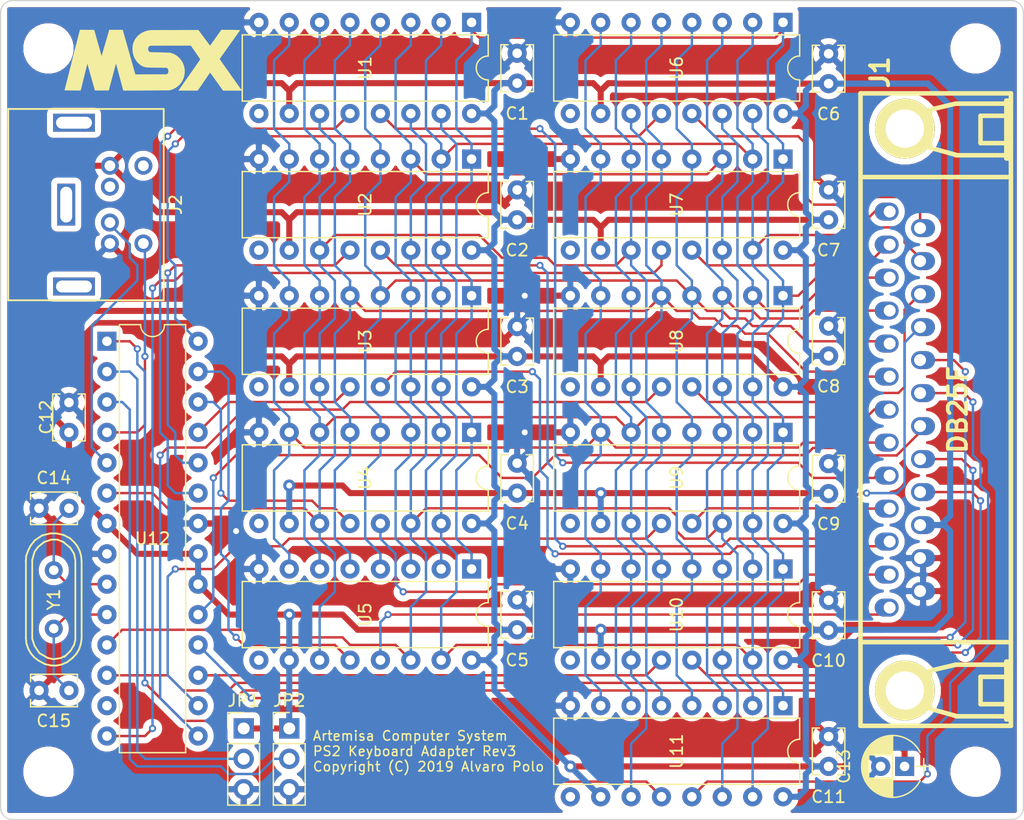
<source format=kicad_pcb>
(kicad_pcb (version 20171130) (host pcbnew "(5.1.0-0)")
  (layers (0 F.Cu signal) (31 B.Cu signal) (34 B.Paste user) (35 F.Paste user) (36 B.SilkS user) (37 F.SilkS user) (38 B.Mask user) (39 F.Mask user) (44 Edge.Cuts user))
  (net 0 "")
  (net 1 GND)
  (net 2 ~)
  (net 3 "Net-(C14-Pad1)")
  (net 4 "Net-(C15-Pad1)")
  (net 5 /~RESET)
  (net 6 /~RSL10)
  (net 7 /~RSL9)
  (net 8 /~RSL8)
  (net 9 /~RSL7)
  (net 10 /~RSL6)
  (net 11 /~RSL5)
  (net 12 /~RSL4)
  (net 13 /~RSL3)
  (net 14 /~RSL2)
  (net 15 /~RSL1)
  (net 16 /KBCOL5)
  (net 17 /KBCOL6)
  (net 18 /KBCOL7)
  (net 19 /~RSL0)
  (net 20 /KBCOL4)
  (net 21 /KBCOL3)
  (net 22 /KBCOL0)
  (net 23 /KBCOL1)
  (net 24 /KBCOL2)
  (net 25 "Net-(J2-Pad6)")
  (net 26 "Net-(J2-Pad5)")
  (net 27 "Net-(J2-Pad1)")
  (net 28 "Net-(J2-Pad2)")
  (net 29 /DS)
  (net 30 /STCP0)
  (net 31 /SHCP)
  (net 32 "Net-(U1-Pad9)")
  (net 33 /STCP1)
  (net 34 "Net-(U2-Pad9)")
  (net 35 /STCP2)
  (net 36 "Net-(U3-Pad9)")
  (net 37 /STCP3)
  (net 38 "Net-(U4-Pad9)")
  (net 39 /STCP4)
  (net 40 "Net-(U5-Pad9)")
  (net 41 /STCP5)
  (net 42 "Net-(U6-Pad9)")
  (net 43 /STCP6)
  (net 44 "Net-(U7-Pad9)")
  (net 45 /STCP7)
  (net 46 "Net-(U8-Pad9)")
  (net 47 /STCP8)
  (net 48 "Net-(U9-Pad9)")
  (net 49 /STCP9)
  (net 50 "Net-(U10-Pad9)")
  (net 51 /STCP10)
  (net 52 "Net-(U11-Pad9)")
  (net 53 "Net-(U12-Pad13)")
  (net 54 /~KANALOCK)
  (net 55 /~CAPSLOCK)
  (net 56 "Net-(JP1-Pad2)")
  (net 57 "Net-(JP2-Pad2)")
  (module artemisa:Jumper (layer F.Cu) (at 119.38 125.73)
    (fp_text reference JP2 (at 0 -2.33) (layer F.SilkS))
    (fp_text value Jumper)
    (pad 3 thru_hole oval (at 0 5.08) (size 1.7 1.7) (drill 1) (layers *.Cu *.Mask) (net 1 GND))
    (pad 2 thru_hole oval (at 0 2.54) (size 1.7 1.7) (drill 1) (layers *.Cu *.Mask) (net 57 "Net-(JP2-Pad2)"))
    (pad 1 thru_hole rect (at 0 0) (size 1.7 1.7) (drill 1) (layers *.Cu *.Mask) (net 2 ~))
  )
  (module artemisa:Jumper (layer F.Cu) (at 115.57 125.73)
    (fp_text reference JP1 (at 0 -2.33) (layer F.SilkS))
    (fp_text value Jumper)
    (pad 3 thru_hole oval (at 0 5.08) (size 1.7 1.7) (drill 1) (layers *.Cu *.Mask) (net 1 GND))
    (pad 2 thru_hole oval (at 0 2.54) (size 1.7 1.7) (drill 1) (layers *.Cu *.Mask) (net 56 "Net-(JP1-Pad2)"))
    (pad 1 thru_hole rect (at 0 0) (size 1.7 1.7) (drill 1) (layers *.Cu *.Mask) (net 2 ~))
  )
  (module artemisa:DB25F (layer F.Cu) (at 177.8 99.06 90)
    (fp_text reference J1 (at 28.21 -9.05 90) (layer F.SilkS) (effects (font (size 1.524 1.524) (thickness 0.3048))))
    (fp_text value DB25F (at 0 -2.54 90) (layer F.SilkS) (effects (font (size 1.524 1.524) (thickness 0.3048))))
    (pad 25 thru_hole oval (at -15.18 -5.69 90) (size 1.5 2) (drill 1 (offset 0 0.25)) (layers *.Cu *.Mask) (net 1 GND))
    (pad 24 thru_hole oval (at -12.42 -5.69 90) (size 1.5 2) (drill 1 (offset 0 0.25)) (layers *.Cu *.Mask) (net 1 GND))
    (pad 23 thru_hole oval (at -9.66 -5.69 90) (size 1.5 2) (drill 1 (offset 0 0.25)) (layers *.Cu *.Mask) (net 2 ~))
    (pad 22 thru_hole oval (at -6.9 -5.69 90) (size 1.5 2) (drill 1 (offset 0 0.25)) (layers *.Cu *.Mask) (net 5 /~RESET))
    (pad 21 thru_hole oval (at -4.14 -5.69 90) (size 1.5 2) (drill 1 (offset 0 0.25)) (layers *.Cu *.Mask) (net 54 /~KANALOCK))
    (pad 20 thru_hole oval (at -1.38 -5.69 90) (size 1.5 2) (drill 1 (offset 0 0.25)) (layers *.Cu *.Mask) (net 55 /~CAPSLOCK))
    (pad 19 thru_hole oval (at 1.38 -5.69 90) (size 1.5 2) (drill 1 (offset 0 0.25)) (layers *.Cu *.Mask) (net 6 /~RSL10))
    (pad 18 thru_hole oval (at 4.14 -5.69 90) (size 1.5 2) (drill 1 (offset 0 0.25)) (layers *.Cu *.Mask) (net 7 /~RSL9))
    (pad 17 thru_hole oval (at 6.9 -5.69 90) (size 1.5 2) (drill 1 (offset 0 0.25)) (layers *.Cu *.Mask) (net 8 /~RSL8))
    (pad 16 thru_hole oval (at 9.66 -5.69 90) (size 1.5 2) (drill 1 (offset 0 0.25)) (layers *.Cu *.Mask) (net 9 /~RSL7))
    (pad 15 thru_hole oval (at 12.42 -5.69 90) (size 1.5 2) (drill 1 (offset 0 0.25)) (layers *.Cu *.Mask) (net 10 /~RSL6))
    (pad 14 thru_hole oval (at 15.18 -5.69 90) (size 1.5 2) (drill 1 (offset 0 0.25)) (layers *.Cu *.Mask) (net 11 /~RSL5))
    (pad 13 thru_hole oval (at -16.56 -8.23 90) (size 1.5 2) (drill 1 (offset 0 -0.25)) (layers *.Cu *.Mask) (net 12 /~RSL4))
    (pad 12 thru_hole oval (at -13.8 -8.23 90) (size 1.5 2) (drill 1 (offset 0 -0.25)) (layers *.Cu *.Mask) (net 13 /~RSL3))
    (pad 11 thru_hole oval (at -11.04 -8.23 90) (size 1.5 2) (drill 1 (offset 0 -0.25)) (layers *.Cu *.Mask) (net 14 /~RSL2))
    (pad 10 thru_hole oval (at -8.28 -8.23 90) (size 1.5 2) (drill 1 (offset 0 -0.25)) (layers *.Cu *.Mask) (net 15 /~RSL1))
    (pad "" thru_hole circle (at -23.5 -6.96 90) (size 5 5) (drill 3.2) (layers *.Cu *.Mask F.SilkS))
    (pad 6 thru_hole oval (at 2.76 -8.23 90) (size 1.5 2) (drill 1 (offset 0 -0.25)) (layers *.Cu *.Mask) (net 16 /KBCOL5))
    (pad 7 thru_hole oval (at 0 -8.23 90) (size 1.5 2) (drill 1 (offset 0 -0.25)) (layers *.Cu *.Mask) (net 17 /KBCOL6))
    (pad 8 thru_hole oval (at -2.76 -8.23 90) (size 1.5 2) (drill 1 (offset 0 -0.25)) (layers *.Cu *.Mask) (net 18 /KBCOL7))
    (pad 9 thru_hole oval (at -5.52 -8.23 90) (size 1.5 2) (drill 1 (offset 0 -0.25)) (layers *.Cu *.Mask) (net 19 /~RSL0))
    (pad 5 thru_hole oval (at 5.52 -8.23 90) (size 1.5 2) (drill 1 (offset 0 -0.25)) (layers *.Cu *.Mask) (net 20 /KBCOL4))
    (pad 4 thru_hole oval (at 8.28 -8.23 90) (size 1.5 2) (drill 1 (offset 0 -0.25)) (layers *.Cu *.Mask) (net 21 /KBCOL3))
    (pad 1 thru_hole oval (at 16.56 -8.23 90) (size 1.5 2) (drill 1 (offset 0 -0.25)) (layers *.Cu *.Mask) (net 22 /KBCOL0))
    (pad 2 thru_hole oval (at 13.8 -8.23 90) (size 1.5 2) (drill 1 (offset 0 -0.25)) (layers *.Cu *.Mask) (net 23 /KBCOL1))
    (pad 3 thru_hole oval (at 11.04 -8.23 90) (size 1.5 2) (drill 1 (offset 0 -0.25)) (layers *.Cu *.Mask) (net 24 /KBCOL2))
    (pad "" thru_hole circle (at 23.5 -6.96 90) (size 5 5) (drill 3.2) (layers *.Cu *.Mask F.SilkS))
  )
  (module artemisa:MSX_logo (layer F.Cu) (at 107.95 69.85)
    (fp_text reference G*** hide)
    (fp_text value LOGO hide)
  )
  (module artemisa:Mounting_hole_M3 (layer F.Cu) (at 176.75 68.85)
    (fp_text reference REF** hide)
    (fp_text value MountingHole_M3 hide)
    (pad 1 np_thru_hole circle (at 0 0) (size 3.2 3.2) (drill 3.2) (layers *.Cu *.Mask))
  )
  (module artemisa:Mounting_hole_M3 (layer F.Cu) (at 176.75 129.35)
    (fp_text reference REF** hide)
    (fp_text value MountingHole_M3 hide)
    (pad 1 np_thru_hole circle (at 0 0) (size 3.2 3.2) (drill 3.2) (layers *.Cu *.Mask))
  )
  (module artemisa:Mounting_hole_M3 (layer F.Cu) (at 99.25 129.35)
    (fp_text reference REF** hide)
    (fp_text value MountingHole_M3 hide)
    (pad 1 np_thru_hole circle (at 0 0) (size 3.2 3.2) (drill 3.2) (layers *.Cu *.Mask))
  )
  (module artemisa:Mounting_hole_M3 (layer F.Cu) (at 99.25 68.85)
    (fp_text reference REF** hide)
    (fp_text value MountingHole_M3 hide)
    (pad 1 np_thru_hole circle (at 0 0) (size 3.2 3.2) (drill 3.2) (layers *.Cu *.Mask))
  )
  (module artemisa:Crystal (layer F.Cu) (at 99.695 114.935 270)
    (fp_text reference Y1 (at 0 0 270) (layer F.SilkS))
    (fp_text value 16Mhz hide)
    (pad 2 thru_hole circle (at 2.44094 0 270) (size 1.50114 1.50114) (drill 0.8001) (layers *.Cu *.Mask) (net 4 "Net-(C15-Pad1)"))
    (pad 1 thru_hole circle (at -2.44094 0 270) (size 1.50114 1.50114) (drill 0.8001) (layers *.Cu *.Mask) (net 3 "Net-(C14-Pad1)"))
  )
  (module artemisa:DIP-28_300 (layer F.Cu) (at 104.14 93.345)
    (fp_text reference U12 (at 3.81 16.51) (layer F.SilkS))
    (fp_text value ATMEGA328P)
    (pad 28 thru_hole oval (at 7.62 0) (size 1.6 1.6) (drill 0.8) (layers *.Cu *.Mask) (net 41 /STCP5))
    (pad 14 thru_hole oval (at 0 33.02) (size 1.6 1.6) (drill 0.8) (layers *.Cu *.Mask) (net 43 /STCP6))
    (pad 27 thru_hole oval (at 7.62 2.54) (size 1.6 1.6) (drill 0.8) (layers *.Cu *.Mask) (net 39 /STCP4))
    (pad 13 thru_hole oval (at 0 30.48) (size 1.6 1.6) (drill 0.8) (layers *.Cu *.Mask) (net 53 "Net-(U12-Pad13)"))
    (pad 26 thru_hole oval (at 7.62 5.08) (size 1.6 1.6) (drill 0.8) (layers *.Cu *.Mask) (net 37 /STCP3))
    (pad 12 thru_hole oval (at 0 27.94) (size 1.6 1.6) (drill 0.8) (layers *.Cu *.Mask) (net 54 /~KANALOCK))
    (pad 25 thru_hole oval (at 7.62 7.62) (size 1.6 1.6) (drill 0.8) (layers *.Cu *.Mask) (net 35 /STCP2))
    (pad 11 thru_hole oval (at 0 25.4) (size 1.6 1.6) (drill 0.8) (layers *.Cu *.Mask) (net 29 /DS))
    (pad 24 thru_hole oval (at 7.62 10.16) (size 1.6 1.6) (drill 0.8) (layers *.Cu *.Mask) (net 33 /STCP1))
    (pad 10 thru_hole oval (at 0 22.86) (size 1.6 1.6) (drill 0.8) (layers *.Cu *.Mask) (net 4 "Net-(C15-Pad1)"))
    (pad 23 thru_hole oval (at 7.62 12.7) (size 1.6 1.6) (drill 0.8) (layers *.Cu *.Mask) (net 30 /STCP0))
    (pad 9 thru_hole oval (at 0 20.32) (size 1.6 1.6) (drill 0.8) (layers *.Cu *.Mask) (net 3 "Net-(C14-Pad1)"))
    (pad 22 thru_hole oval (at 7.62 15.24) (size 1.6 1.6) (drill 0.8) (layers *.Cu *.Mask) (net 1 GND))
    (pad 8 thru_hole oval (at 0 17.78) (size 1.6 1.6) (drill 0.8) (layers *.Cu *.Mask) (net 1 GND))
    (pad 21 thru_hole oval (at 7.62 17.78) (size 1.6 1.6) (drill 0.8) (layers *.Cu *.Mask) (net 2 ~))
    (pad 7 thru_hole oval (at 0 15.24) (size 1.6 1.6) (drill 0.8) (layers *.Cu *.Mask) (net 2 ~))
    (pad 20 thru_hole oval (at 7.62 20.32) (size 1.6 1.6) (drill 0.8) (layers *.Cu *.Mask) (net 2 ~))
    (pad 6 thru_hole oval (at 0 12.7) (size 1.6 1.6) (drill 0.8) (layers *.Cu *.Mask) (net 31 /SHCP))
    (pad 19 thru_hole oval (at 7.62 22.86) (size 1.6 1.6) (drill 0.8) (layers *.Cu *.Mask) (net 55 /~CAPSLOCK))
    (pad 5 thru_hole oval (at 0 10.16) (size 1.6 1.6) (drill 0.8) (layers *.Cu *.Mask) (net 27 "Net-(J2-Pad1)"))
    (pad 18 thru_hole oval (at 7.62 25.4) (size 1.6 1.6) (drill 0.8) (layers *.Cu *.Mask) (net 51 /STCP10))
    (pad 4 thru_hole oval (at 0 7.62) (size 1.6 1.6) (drill 0.8) (layers *.Cu *.Mask) (net 26 "Net-(J2-Pad5)"))
    (pad 17 thru_hole oval (at 7.62 27.94) (size 1.6 1.6) (drill 0.8) (layers *.Cu *.Mask) (net 49 /STCP9))
    (pad 3 thru_hole oval (at 0 5.08) (size 1.6 1.6) (drill 0.8) (layers *.Cu *.Mask) (net 57 "Net-(JP2-Pad2)"))
    (pad 16 thru_hole oval (at 7.62 30.48) (size 1.6 1.6) (drill 0.8) (layers *.Cu *.Mask) (net 47 /STCP8))
    (pad 2 thru_hole oval (at 0 2.54) (size 1.6 1.6) (drill 0.8) (layers *.Cu *.Mask) (net 56 "Net-(JP1-Pad2)"))
    (pad 15 thru_hole oval (at 7.62 33.02) (size 1.6 1.6) (drill 0.8) (layers *.Cu *.Mask) (net 45 /STCP7))
    (pad 1 thru_hole rect (at 0 0) (size 1.6 1.6) (drill 0.8) (layers *.Cu *.Mask) (net 5 /~RESET))
  )
  (module artemisa:DIP-16_300 (layer F.Cu) (at 160.655 123.825 270)
    (fp_text reference U11 (at 3.81 8.89 270) (layer F.SilkS))
    (fp_text value 74HC595)
    (pad 16 thru_hole oval (at 7.62 0 270) (size 1.6 1.6) (drill 0.8) (layers *.Cu *.Mask) (net 2 ~))
    (pad 8 thru_hole oval (at 0 17.78 270) (size 1.6 1.6) (drill 0.8) (layers *.Cu *.Mask) (net 1 GND))
    (pad 15 thru_hole oval (at 7.62 2.54 270) (size 1.6 1.6) (drill 0.8) (layers *.Cu *.Mask) (net 22 /KBCOL0))
    (pad 7 thru_hole oval (at 0 15.24 270) (size 1.6 1.6) (drill 0.8) (layers *.Cu *.Mask) (net 18 /KBCOL7))
    (pad 14 thru_hole oval (at 7.62 5.08 270) (size 1.6 1.6) (drill 0.8) (layers *.Cu *.Mask) (net 29 /DS))
    (pad 6 thru_hole oval (at 0 12.7 270) (size 1.6 1.6) (drill 0.8) (layers *.Cu *.Mask) (net 17 /KBCOL6))
    (pad 13 thru_hole oval (at 7.62 7.62 270) (size 1.6 1.6) (drill 0.8) (layers *.Cu *.Mask) (net 6 /~RSL10))
    (pad 5 thru_hole oval (at 0 10.16 270) (size 1.6 1.6) (drill 0.8) (layers *.Cu *.Mask) (net 16 /KBCOL5))
    (pad 12 thru_hole oval (at 7.62 10.16 270) (size 1.6 1.6) (drill 0.8) (layers *.Cu *.Mask) (net 51 /STCP10))
    (pad 4 thru_hole oval (at 0 7.62 270) (size 1.6 1.6) (drill 0.8) (layers *.Cu *.Mask) (net 20 /KBCOL4))
    (pad 11 thru_hole oval (at 7.62 12.7 270) (size 1.6 1.6) (drill 0.8) (layers *.Cu *.Mask) (net 31 /SHCP))
    (pad 3 thru_hole oval (at 0 5.08 270) (size 1.6 1.6) (drill 0.8) (layers *.Cu *.Mask) (net 21 /KBCOL3))
    (pad 10 thru_hole oval (at 7.62 15.24 270) (size 1.6 1.6) (drill 0.8) (layers *.Cu *.Mask) (net 2 ~))
    (pad 2 thru_hole oval (at 0 2.54 270) (size 1.6 1.6) (drill 0.8) (layers *.Cu *.Mask) (net 24 /KBCOL2))
    (pad 9 thru_hole oval (at 7.62 17.78 270) (size 1.6 1.6) (drill 0.8) (layers *.Cu *.Mask) (net 52 "Net-(U11-Pad9)"))
    (pad 1 thru_hole rect (at 0 0 270) (size 1.6 1.6) (drill 0.8) (layers *.Cu *.Mask) (net 23 /KBCOL1))
  )
  (module artemisa:DIP-16_300 (layer F.Cu) (at 160.655 112.395 270)
    (fp_text reference U10 (at 3.81 8.89 270) (layer F.SilkS))
    (fp_text value 74HC595)
    (pad 16 thru_hole oval (at 7.62 0 270) (size 1.6 1.6) (drill 0.8) (layers *.Cu *.Mask) (net 2 ~))
    (pad 8 thru_hole oval (at 0 17.78 270) (size 1.6 1.6) (drill 0.8) (layers *.Cu *.Mask) (net 1 GND))
    (pad 15 thru_hole oval (at 7.62 2.54 270) (size 1.6 1.6) (drill 0.8) (layers *.Cu *.Mask) (net 22 /KBCOL0))
    (pad 7 thru_hole oval (at 0 15.24 270) (size 1.6 1.6) (drill 0.8) (layers *.Cu *.Mask) (net 18 /KBCOL7))
    (pad 14 thru_hole oval (at 7.62 5.08 270) (size 1.6 1.6) (drill 0.8) (layers *.Cu *.Mask) (net 29 /DS))
    (pad 6 thru_hole oval (at 0 12.7 270) (size 1.6 1.6) (drill 0.8) (layers *.Cu *.Mask) (net 17 /KBCOL6))
    (pad 13 thru_hole oval (at 7.62 7.62 270) (size 1.6 1.6) (drill 0.8) (layers *.Cu *.Mask) (net 7 /~RSL9))
    (pad 5 thru_hole oval (at 0 10.16 270) (size 1.6 1.6) (drill 0.8) (layers *.Cu *.Mask) (net 16 /KBCOL5))
    (pad 12 thru_hole oval (at 7.62 10.16 270) (size 1.6 1.6) (drill 0.8) (layers *.Cu *.Mask) (net 49 /STCP9))
    (pad 4 thru_hole oval (at 0 7.62 270) (size 1.6 1.6) (drill 0.8) (layers *.Cu *.Mask) (net 20 /KBCOL4))
    (pad 11 thru_hole oval (at 7.62 12.7 270) (size 1.6 1.6) (drill 0.8) (layers *.Cu *.Mask) (net 31 /SHCP))
    (pad 3 thru_hole oval (at 0 5.08 270) (size 1.6 1.6) (drill 0.8) (layers *.Cu *.Mask) (net 21 /KBCOL3))
    (pad 10 thru_hole oval (at 7.62 15.24 270) (size 1.6 1.6) (drill 0.8) (layers *.Cu *.Mask) (net 2 ~))
    (pad 2 thru_hole oval (at 0 2.54 270) (size 1.6 1.6) (drill 0.8) (layers *.Cu *.Mask) (net 24 /KBCOL2))
    (pad 9 thru_hole oval (at 7.62 17.78 270) (size 1.6 1.6) (drill 0.8) (layers *.Cu *.Mask) (net 50 "Net-(U10-Pad9)"))
    (pad 1 thru_hole rect (at 0 0 270) (size 1.6 1.6) (drill 0.8) (layers *.Cu *.Mask) (net 23 /KBCOL1))
  )
  (module artemisa:DIP-16_300 (layer F.Cu) (at 160.655 100.965 270)
    (fp_text reference U9 (at 3.81 8.89 270) (layer F.SilkS))
    (fp_text value 74HC595)
    (pad 16 thru_hole oval (at 7.62 0 270) (size 1.6 1.6) (drill 0.8) (layers *.Cu *.Mask) (net 2 ~))
    (pad 8 thru_hole oval (at 0 17.78 270) (size 1.6 1.6) (drill 0.8) (layers *.Cu *.Mask) (net 1 GND))
    (pad 15 thru_hole oval (at 7.62 2.54 270) (size 1.6 1.6) (drill 0.8) (layers *.Cu *.Mask) (net 22 /KBCOL0))
    (pad 7 thru_hole oval (at 0 15.24 270) (size 1.6 1.6) (drill 0.8) (layers *.Cu *.Mask) (net 18 /KBCOL7))
    (pad 14 thru_hole oval (at 7.62 5.08 270) (size 1.6 1.6) (drill 0.8) (layers *.Cu *.Mask) (net 29 /DS))
    (pad 6 thru_hole oval (at 0 12.7 270) (size 1.6 1.6) (drill 0.8) (layers *.Cu *.Mask) (net 17 /KBCOL6))
    (pad 13 thru_hole oval (at 7.62 7.62 270) (size 1.6 1.6) (drill 0.8) (layers *.Cu *.Mask) (net 8 /~RSL8))
    (pad 5 thru_hole oval (at 0 10.16 270) (size 1.6 1.6) (drill 0.8) (layers *.Cu *.Mask) (net 16 /KBCOL5))
    (pad 12 thru_hole oval (at 7.62 10.16 270) (size 1.6 1.6) (drill 0.8) (layers *.Cu *.Mask) (net 47 /STCP8))
    (pad 4 thru_hole oval (at 0 7.62 270) (size 1.6 1.6) (drill 0.8) (layers *.Cu *.Mask) (net 20 /KBCOL4))
    (pad 11 thru_hole oval (at 7.62 12.7 270) (size 1.6 1.6) (drill 0.8) (layers *.Cu *.Mask) (net 31 /SHCP))
    (pad 3 thru_hole oval (at 0 5.08 270) (size 1.6 1.6) (drill 0.8) (layers *.Cu *.Mask) (net 21 /KBCOL3))
    (pad 10 thru_hole oval (at 7.62 15.24 270) (size 1.6 1.6) (drill 0.8) (layers *.Cu *.Mask) (net 2 ~))
    (pad 2 thru_hole oval (at 0 2.54 270) (size 1.6 1.6) (drill 0.8) (layers *.Cu *.Mask) (net 24 /KBCOL2))
    (pad 9 thru_hole oval (at 7.62 17.78 270) (size 1.6 1.6) (drill 0.8) (layers *.Cu *.Mask) (net 48 "Net-(U9-Pad9)"))
    (pad 1 thru_hole rect (at 0 0 270) (size 1.6 1.6) (drill 0.8) (layers *.Cu *.Mask) (net 23 /KBCOL1))
  )
  (module artemisa:DIP-16_300 (layer F.Cu) (at 160.655 89.535 270)
    (fp_text reference U8 (at 3.81 8.89 270) (layer F.SilkS))
    (fp_text value 74HC595)
    (pad 16 thru_hole oval (at 7.62 0 270) (size 1.6 1.6) (drill 0.8) (layers *.Cu *.Mask) (net 2 ~))
    (pad 8 thru_hole oval (at 0 17.78 270) (size 1.6 1.6) (drill 0.8) (layers *.Cu *.Mask) (net 1 GND))
    (pad 15 thru_hole oval (at 7.62 2.54 270) (size 1.6 1.6) (drill 0.8) (layers *.Cu *.Mask) (net 22 /KBCOL0))
    (pad 7 thru_hole oval (at 0 15.24 270) (size 1.6 1.6) (drill 0.8) (layers *.Cu *.Mask) (net 18 /KBCOL7))
    (pad 14 thru_hole oval (at 7.62 5.08 270) (size 1.6 1.6) (drill 0.8) (layers *.Cu *.Mask) (net 29 /DS))
    (pad 6 thru_hole oval (at 0 12.7 270) (size 1.6 1.6) (drill 0.8) (layers *.Cu *.Mask) (net 17 /KBCOL6))
    (pad 13 thru_hole oval (at 7.62 7.62 270) (size 1.6 1.6) (drill 0.8) (layers *.Cu *.Mask) (net 9 /~RSL7))
    (pad 5 thru_hole oval (at 0 10.16 270) (size 1.6 1.6) (drill 0.8) (layers *.Cu *.Mask) (net 16 /KBCOL5))
    (pad 12 thru_hole oval (at 7.62 10.16 270) (size 1.6 1.6) (drill 0.8) (layers *.Cu *.Mask) (net 45 /STCP7))
    (pad 4 thru_hole oval (at 0 7.62 270) (size 1.6 1.6) (drill 0.8) (layers *.Cu *.Mask) (net 20 /KBCOL4))
    (pad 11 thru_hole oval (at 7.62 12.7 270) (size 1.6 1.6) (drill 0.8) (layers *.Cu *.Mask) (net 31 /SHCP))
    (pad 3 thru_hole oval (at 0 5.08 270) (size 1.6 1.6) (drill 0.8) (layers *.Cu *.Mask) (net 21 /KBCOL3))
    (pad 10 thru_hole oval (at 7.62 15.24 270) (size 1.6 1.6) (drill 0.8) (layers *.Cu *.Mask) (net 2 ~))
    (pad 2 thru_hole oval (at 0 2.54 270) (size 1.6 1.6) (drill 0.8) (layers *.Cu *.Mask) (net 24 /KBCOL2))
    (pad 9 thru_hole oval (at 7.62 17.78 270) (size 1.6 1.6) (drill 0.8) (layers *.Cu *.Mask) (net 46 "Net-(U8-Pad9)"))
    (pad 1 thru_hole rect (at 0 0 270) (size 1.6 1.6) (drill 0.8) (layers *.Cu *.Mask) (net 23 /KBCOL1))
  )
  (module artemisa:DIP-16_300 (layer F.Cu) (at 160.655 78.105 270)
    (fp_text reference U7 (at 3.81 8.89 270) (layer F.SilkS))
    (fp_text value 74HC595)
    (pad 16 thru_hole oval (at 7.62 0 270) (size 1.6 1.6) (drill 0.8) (layers *.Cu *.Mask) (net 2 ~))
    (pad 8 thru_hole oval (at 0 17.78 270) (size 1.6 1.6) (drill 0.8) (layers *.Cu *.Mask) (net 1 GND))
    (pad 15 thru_hole oval (at 7.62 2.54 270) (size 1.6 1.6) (drill 0.8) (layers *.Cu *.Mask) (net 22 /KBCOL0))
    (pad 7 thru_hole oval (at 0 15.24 270) (size 1.6 1.6) (drill 0.8) (layers *.Cu *.Mask) (net 18 /KBCOL7))
    (pad 14 thru_hole oval (at 7.62 5.08 270) (size 1.6 1.6) (drill 0.8) (layers *.Cu *.Mask) (net 29 /DS))
    (pad 6 thru_hole oval (at 0 12.7 270) (size 1.6 1.6) (drill 0.8) (layers *.Cu *.Mask) (net 17 /KBCOL6))
    (pad 13 thru_hole oval (at 7.62 7.62 270) (size 1.6 1.6) (drill 0.8) (layers *.Cu *.Mask) (net 10 /~RSL6))
    (pad 5 thru_hole oval (at 0 10.16 270) (size 1.6 1.6) (drill 0.8) (layers *.Cu *.Mask) (net 16 /KBCOL5))
    (pad 12 thru_hole oval (at 7.62 10.16 270) (size 1.6 1.6) (drill 0.8) (layers *.Cu *.Mask) (net 43 /STCP6))
    (pad 4 thru_hole oval (at 0 7.62 270) (size 1.6 1.6) (drill 0.8) (layers *.Cu *.Mask) (net 20 /KBCOL4))
    (pad 11 thru_hole oval (at 7.62 12.7 270) (size 1.6 1.6) (drill 0.8) (layers *.Cu *.Mask) (net 31 /SHCP))
    (pad 3 thru_hole oval (at 0 5.08 270) (size 1.6 1.6) (drill 0.8) (layers *.Cu *.Mask) (net 21 /KBCOL3))
    (pad 10 thru_hole oval (at 7.62 15.24 270) (size 1.6 1.6) (drill 0.8) (layers *.Cu *.Mask) (net 2 ~))
    (pad 2 thru_hole oval (at 0 2.54 270) (size 1.6 1.6) (drill 0.8) (layers *.Cu *.Mask) (net 24 /KBCOL2))
    (pad 9 thru_hole oval (at 7.62 17.78 270) (size 1.6 1.6) (drill 0.8) (layers *.Cu *.Mask) (net 44 "Net-(U7-Pad9)"))
    (pad 1 thru_hole rect (at 0 0 270) (size 1.6 1.6) (drill 0.8) (layers *.Cu *.Mask) (net 23 /KBCOL1))
  )
  (module artemisa:DIP-16_300 (layer F.Cu) (at 160.655 66.675 270)
    (fp_text reference U6 (at 3.81 8.89 270) (layer F.SilkS))
    (fp_text value 74HC595)
    (pad 16 thru_hole oval (at 7.62 0 270) (size 1.6 1.6) (drill 0.8) (layers *.Cu *.Mask) (net 2 ~))
    (pad 8 thru_hole oval (at 0 17.78 270) (size 1.6 1.6) (drill 0.8) (layers *.Cu *.Mask) (net 1 GND))
    (pad 15 thru_hole oval (at 7.62 2.54 270) (size 1.6 1.6) (drill 0.8) (layers *.Cu *.Mask) (net 22 /KBCOL0))
    (pad 7 thru_hole oval (at 0 15.24 270) (size 1.6 1.6) (drill 0.8) (layers *.Cu *.Mask) (net 18 /KBCOL7))
    (pad 14 thru_hole oval (at 7.62 5.08 270) (size 1.6 1.6) (drill 0.8) (layers *.Cu *.Mask) (net 29 /DS))
    (pad 6 thru_hole oval (at 0 12.7 270) (size 1.6 1.6) (drill 0.8) (layers *.Cu *.Mask) (net 17 /KBCOL6))
    (pad 13 thru_hole oval (at 7.62 7.62 270) (size 1.6 1.6) (drill 0.8) (layers *.Cu *.Mask) (net 11 /~RSL5))
    (pad 5 thru_hole oval (at 0 10.16 270) (size 1.6 1.6) (drill 0.8) (layers *.Cu *.Mask) (net 16 /KBCOL5))
    (pad 12 thru_hole oval (at 7.62 10.16 270) (size 1.6 1.6) (drill 0.8) (layers *.Cu *.Mask) (net 41 /STCP5))
    (pad 4 thru_hole oval (at 0 7.62 270) (size 1.6 1.6) (drill 0.8) (layers *.Cu *.Mask) (net 20 /KBCOL4))
    (pad 11 thru_hole oval (at 7.62 12.7 270) (size 1.6 1.6) (drill 0.8) (layers *.Cu *.Mask) (net 31 /SHCP))
    (pad 3 thru_hole oval (at 0 5.08 270) (size 1.6 1.6) (drill 0.8) (layers *.Cu *.Mask) (net 21 /KBCOL3))
    (pad 10 thru_hole oval (at 7.62 15.24 270) (size 1.6 1.6) (drill 0.8) (layers *.Cu *.Mask) (net 2 ~))
    (pad 2 thru_hole oval (at 0 2.54 270) (size 1.6 1.6) (drill 0.8) (layers *.Cu *.Mask) (net 24 /KBCOL2))
    (pad 9 thru_hole oval (at 7.62 17.78 270) (size 1.6 1.6) (drill 0.8) (layers *.Cu *.Mask) (net 42 "Net-(U6-Pad9)"))
    (pad 1 thru_hole rect (at 0 0 270) (size 1.6 1.6) (drill 0.8) (layers *.Cu *.Mask) (net 23 /KBCOL1))
  )
  (module artemisa:DIP-16_300 (layer F.Cu) (at 134.62 112.395 270)
    (fp_text reference U5 (at 3.81 8.89 270) (layer F.SilkS))
    (fp_text value 74HC595)
    (pad 16 thru_hole oval (at 7.62 0 270) (size 1.6 1.6) (drill 0.8) (layers *.Cu *.Mask) (net 2 ~))
    (pad 8 thru_hole oval (at 0 17.78 270) (size 1.6 1.6) (drill 0.8) (layers *.Cu *.Mask) (net 1 GND))
    (pad 15 thru_hole oval (at 7.62 2.54 270) (size 1.6 1.6) (drill 0.8) (layers *.Cu *.Mask) (net 22 /KBCOL0))
    (pad 7 thru_hole oval (at 0 15.24 270) (size 1.6 1.6) (drill 0.8) (layers *.Cu *.Mask) (net 18 /KBCOL7))
    (pad 14 thru_hole oval (at 7.62 5.08 270) (size 1.6 1.6) (drill 0.8) (layers *.Cu *.Mask) (net 29 /DS))
    (pad 6 thru_hole oval (at 0 12.7 270) (size 1.6 1.6) (drill 0.8) (layers *.Cu *.Mask) (net 17 /KBCOL6))
    (pad 13 thru_hole oval (at 7.62 7.62 270) (size 1.6 1.6) (drill 0.8) (layers *.Cu *.Mask) (net 12 /~RSL4))
    (pad 5 thru_hole oval (at 0 10.16 270) (size 1.6 1.6) (drill 0.8) (layers *.Cu *.Mask) (net 16 /KBCOL5))
    (pad 12 thru_hole oval (at 7.62 10.16 270) (size 1.6 1.6) (drill 0.8) (layers *.Cu *.Mask) (net 39 /STCP4))
    (pad 4 thru_hole oval (at 0 7.62 270) (size 1.6 1.6) (drill 0.8) (layers *.Cu *.Mask) (net 20 /KBCOL4))
    (pad 11 thru_hole oval (at 7.62 12.7 270) (size 1.6 1.6) (drill 0.8) (layers *.Cu *.Mask) (net 31 /SHCP))
    (pad 3 thru_hole oval (at 0 5.08 270) (size 1.6 1.6) (drill 0.8) (layers *.Cu *.Mask) (net 21 /KBCOL3))
    (pad 10 thru_hole oval (at 7.62 15.24 270) (size 1.6 1.6) (drill 0.8) (layers *.Cu *.Mask) (net 2 ~))
    (pad 2 thru_hole oval (at 0 2.54 270) (size 1.6 1.6) (drill 0.8) (layers *.Cu *.Mask) (net 24 /KBCOL2))
    (pad 9 thru_hole oval (at 7.62 17.78 270) (size 1.6 1.6) (drill 0.8) (layers *.Cu *.Mask) (net 40 "Net-(U5-Pad9)"))
    (pad 1 thru_hole rect (at 0 0 270) (size 1.6 1.6) (drill 0.8) (layers *.Cu *.Mask) (net 23 /KBCOL1))
  )
  (module artemisa:DIP-16_300 (layer F.Cu) (at 134.62 100.965 270)
    (fp_text reference U4 (at 3.81 8.89 270) (layer F.SilkS))
    (fp_text value 74HC595)
    (pad 16 thru_hole oval (at 7.62 0 270) (size 1.6 1.6) (drill 0.8) (layers *.Cu *.Mask) (net 2 ~))
    (pad 8 thru_hole oval (at 0 17.78 270) (size 1.6 1.6) (drill 0.8) (layers *.Cu *.Mask) (net 1 GND))
    (pad 15 thru_hole oval (at 7.62 2.54 270) (size 1.6 1.6) (drill 0.8) (layers *.Cu *.Mask) (net 22 /KBCOL0))
    (pad 7 thru_hole oval (at 0 15.24 270) (size 1.6 1.6) (drill 0.8) (layers *.Cu *.Mask) (net 18 /KBCOL7))
    (pad 14 thru_hole oval (at 7.62 5.08 270) (size 1.6 1.6) (drill 0.8) (layers *.Cu *.Mask) (net 29 /DS))
    (pad 6 thru_hole oval (at 0 12.7 270) (size 1.6 1.6) (drill 0.8) (layers *.Cu *.Mask) (net 17 /KBCOL6))
    (pad 13 thru_hole oval (at 7.62 7.62 270) (size 1.6 1.6) (drill 0.8) (layers *.Cu *.Mask) (net 13 /~RSL3))
    (pad 5 thru_hole oval (at 0 10.16 270) (size 1.6 1.6) (drill 0.8) (layers *.Cu *.Mask) (net 16 /KBCOL5))
    (pad 12 thru_hole oval (at 7.62 10.16 270) (size 1.6 1.6) (drill 0.8) (layers *.Cu *.Mask) (net 37 /STCP3))
    (pad 4 thru_hole oval (at 0 7.62 270) (size 1.6 1.6) (drill 0.8) (layers *.Cu *.Mask) (net 20 /KBCOL4))
    (pad 11 thru_hole oval (at 7.62 12.7 270) (size 1.6 1.6) (drill 0.8) (layers *.Cu *.Mask) (net 31 /SHCP))
    (pad 3 thru_hole oval (at 0 5.08 270) (size 1.6 1.6) (drill 0.8) (layers *.Cu *.Mask) (net 21 /KBCOL3))
    (pad 10 thru_hole oval (at 7.62 15.24 270) (size 1.6 1.6) (drill 0.8) (layers *.Cu *.Mask) (net 2 ~))
    (pad 2 thru_hole oval (at 0 2.54 270) (size 1.6 1.6) (drill 0.8) (layers *.Cu *.Mask) (net 24 /KBCOL2))
    (pad 9 thru_hole oval (at 7.62 17.78 270) (size 1.6 1.6) (drill 0.8) (layers *.Cu *.Mask) (net 38 "Net-(U4-Pad9)"))
    (pad 1 thru_hole rect (at 0 0 270) (size 1.6 1.6) (drill 0.8) (layers *.Cu *.Mask) (net 23 /KBCOL1))
  )
  (module artemisa:DIP-16_300 (layer F.Cu) (at 134.62 89.535 270)
    (fp_text reference U3 (at 3.81 8.89 270) (layer F.SilkS))
    (fp_text value 74HC595)
    (pad 16 thru_hole oval (at 7.62 0 270) (size 1.6 1.6) (drill 0.8) (layers *.Cu *.Mask) (net 2 ~))
    (pad 8 thru_hole oval (at 0 17.78 270) (size 1.6 1.6) (drill 0.8) (layers *.Cu *.Mask) (net 1 GND))
    (pad 15 thru_hole oval (at 7.62 2.54 270) (size 1.6 1.6) (drill 0.8) (layers *.Cu *.Mask) (net 22 /KBCOL0))
    (pad 7 thru_hole oval (at 0 15.24 270) (size 1.6 1.6) (drill 0.8) (layers *.Cu *.Mask) (net 18 /KBCOL7))
    (pad 14 thru_hole oval (at 7.62 5.08 270) (size 1.6 1.6) (drill 0.8) (layers *.Cu *.Mask) (net 29 /DS))
    (pad 6 thru_hole oval (at 0 12.7 270) (size 1.6 1.6) (drill 0.8) (layers *.Cu *.Mask) (net 17 /KBCOL6))
    (pad 13 thru_hole oval (at 7.62 7.62 270) (size 1.6 1.6) (drill 0.8) (layers *.Cu *.Mask) (net 14 /~RSL2))
    (pad 5 thru_hole oval (at 0 10.16 270) (size 1.6 1.6) (drill 0.8) (layers *.Cu *.Mask) (net 16 /KBCOL5))
    (pad 12 thru_hole oval (at 7.62 10.16 270) (size 1.6 1.6) (drill 0.8) (layers *.Cu *.Mask) (net 35 /STCP2))
    (pad 4 thru_hole oval (at 0 7.62 270) (size 1.6 1.6) (drill 0.8) (layers *.Cu *.Mask) (net 20 /KBCOL4))
    (pad 11 thru_hole oval (at 7.62 12.7 270) (size 1.6 1.6) (drill 0.8) (layers *.Cu *.Mask) (net 31 /SHCP))
    (pad 3 thru_hole oval (at 0 5.08 270) (size 1.6 1.6) (drill 0.8) (layers *.Cu *.Mask) (net 21 /KBCOL3))
    (pad 10 thru_hole oval (at 7.62 15.24 270) (size 1.6 1.6) (drill 0.8) (layers *.Cu *.Mask) (net 2 ~))
    (pad 2 thru_hole oval (at 0 2.54 270) (size 1.6 1.6) (drill 0.8) (layers *.Cu *.Mask) (net 24 /KBCOL2))
    (pad 9 thru_hole oval (at 7.62 17.78 270) (size 1.6 1.6) (drill 0.8) (layers *.Cu *.Mask) (net 36 "Net-(U3-Pad9)"))
    (pad 1 thru_hole rect (at 0 0 270) (size 1.6 1.6) (drill 0.8) (layers *.Cu *.Mask) (net 23 /KBCOL1))
  )
  (module artemisa:DIP-16_300 (layer F.Cu) (at 134.62 78.105 270)
    (fp_text reference U2 (at 3.81 8.89 270) (layer F.SilkS))
    (fp_text value 74HC595)
    (pad 16 thru_hole oval (at 7.62 0 270) (size 1.6 1.6) (drill 0.8) (layers *.Cu *.Mask) (net 2 ~))
    (pad 8 thru_hole oval (at 0 17.78 270) (size 1.6 1.6) (drill 0.8) (layers *.Cu *.Mask) (net 1 GND))
    (pad 15 thru_hole oval (at 7.62 2.54 270) (size 1.6 1.6) (drill 0.8) (layers *.Cu *.Mask) (net 22 /KBCOL0))
    (pad 7 thru_hole oval (at 0 15.24 270) (size 1.6 1.6) (drill 0.8) (layers *.Cu *.Mask) (net 18 /KBCOL7))
    (pad 14 thru_hole oval (at 7.62 5.08 270) (size 1.6 1.6) (drill 0.8) (layers *.Cu *.Mask) (net 29 /DS))
    (pad 6 thru_hole oval (at 0 12.7 270) (size 1.6 1.6) (drill 0.8) (layers *.Cu *.Mask) (net 17 /KBCOL6))
    (pad 13 thru_hole oval (at 7.62 7.62 270) (size 1.6 1.6) (drill 0.8) (layers *.Cu *.Mask) (net 15 /~RSL1))
    (pad 5 thru_hole oval (at 0 10.16 270) (size 1.6 1.6) (drill 0.8) (layers *.Cu *.Mask) (net 16 /KBCOL5))
    (pad 12 thru_hole oval (at 7.62 10.16 270) (size 1.6 1.6) (drill 0.8) (layers *.Cu *.Mask) (net 33 /STCP1))
    (pad 4 thru_hole oval (at 0 7.62 270) (size 1.6 1.6) (drill 0.8) (layers *.Cu *.Mask) (net 20 /KBCOL4))
    (pad 11 thru_hole oval (at 7.62 12.7 270) (size 1.6 1.6) (drill 0.8) (layers *.Cu *.Mask) (net 31 /SHCP))
    (pad 3 thru_hole oval (at 0 5.08 270) (size 1.6 1.6) (drill 0.8) (layers *.Cu *.Mask) (net 21 /KBCOL3))
    (pad 10 thru_hole oval (at 7.62 15.24 270) (size 1.6 1.6) (drill 0.8) (layers *.Cu *.Mask) (net 2 ~))
    (pad 2 thru_hole oval (at 0 2.54 270) (size 1.6 1.6) (drill 0.8) (layers *.Cu *.Mask) (net 24 /KBCOL2))
    (pad 9 thru_hole oval (at 7.62 17.78 270) (size 1.6 1.6) (drill 0.8) (layers *.Cu *.Mask) (net 34 "Net-(U2-Pad9)"))
    (pad 1 thru_hole rect (at 0 0 270) (size 1.6 1.6) (drill 0.8) (layers *.Cu *.Mask) (net 23 /KBCOL1))
  )
  (module artemisa:DIP-16_300 (layer F.Cu) (at 134.62 66.675 270)
    (fp_text reference U1 (at 3.81 8.89 270) (layer F.SilkS))
    (fp_text value 74HC595)
    (pad 16 thru_hole oval (at 7.62 0 270) (size 1.6 1.6) (drill 0.8) (layers *.Cu *.Mask) (net 2 ~))
    (pad 8 thru_hole oval (at 0 17.78 270) (size 1.6 1.6) (drill 0.8) (layers *.Cu *.Mask) (net 1 GND))
    (pad 15 thru_hole oval (at 7.62 2.54 270) (size 1.6 1.6) (drill 0.8) (layers *.Cu *.Mask) (net 22 /KBCOL0))
    (pad 7 thru_hole oval (at 0 15.24 270) (size 1.6 1.6) (drill 0.8) (layers *.Cu *.Mask) (net 18 /KBCOL7))
    (pad 14 thru_hole oval (at 7.62 5.08 270) (size 1.6 1.6) (drill 0.8) (layers *.Cu *.Mask) (net 29 /DS))
    (pad 6 thru_hole oval (at 0 12.7 270) (size 1.6 1.6) (drill 0.8) (layers *.Cu *.Mask) (net 17 /KBCOL6))
    (pad 13 thru_hole oval (at 7.62 7.62 270) (size 1.6 1.6) (drill 0.8) (layers *.Cu *.Mask) (net 19 /~RSL0))
    (pad 5 thru_hole oval (at 0 10.16 270) (size 1.6 1.6) (drill 0.8) (layers *.Cu *.Mask) (net 16 /KBCOL5))
    (pad 12 thru_hole oval (at 7.62 10.16 270) (size 1.6 1.6) (drill 0.8) (layers *.Cu *.Mask) (net 30 /STCP0))
    (pad 4 thru_hole oval (at 0 7.62 270) (size 1.6 1.6) (drill 0.8) (layers *.Cu *.Mask) (net 20 /KBCOL4))
    (pad 11 thru_hole oval (at 7.62 12.7 270) (size 1.6 1.6) (drill 0.8) (layers *.Cu *.Mask) (net 31 /SHCP))
    (pad 3 thru_hole oval (at 0 5.08 270) (size 1.6 1.6) (drill 0.8) (layers *.Cu *.Mask) (net 21 /KBCOL3))
    (pad 10 thru_hole oval (at 7.62 15.24 270) (size 1.6 1.6) (drill 0.8) (layers *.Cu *.Mask) (net 2 ~))
    (pad 2 thru_hole oval (at 0 2.54 270) (size 1.6 1.6) (drill 0.8) (layers *.Cu *.Mask) (net 24 /KBCOL2))
    (pad 9 thru_hole oval (at 7.62 17.78 270) (size 1.6 1.6) (drill 0.8) (layers *.Cu *.Mask) (net 32 "Net-(U1-Pad9)"))
    (pad 1 thru_hole rect (at 0 0 270) (size 1.6 1.6) (drill 0.8) (layers *.Cu *.Mask) (net 23 /KBCOL1))
  )
  (module artemisa:PS2_conn (layer F.Cu) (at 95.885 81.915 270)
    (fp_text reference J2 (at 0 -14 90) (layer F.SilkS))
    (fp_text value PS2_CONN)
    (pad "" thru_hole rect (at 6.85 -5.5 180) (size 3.5 1.5) (drill oval 3 1) (layers *.Cu *.Mask))
    (pad "" thru_hole rect (at -6.85 -5.5 180) (size 3.5 1.5) (drill oval 3 1) (layers *.Cu *.Mask))
    (pad "" thru_hole rect (at 0 -4.85 90) (size 3.5 1.5) (drill oval 3 1) (layers *.Cu *.Mask))
    (pad 6 thru_hole circle (at -3.25 -11.3 90) (size 1.5 1.5) (drill 0.9) (layers *.Cu *.Mask) (net 25 "Net-(J2-Pad6)"))
    (pad 5 thru_hole circle (at 3.25 -11.3 90) (size 1.5 1.5) (drill 0.9) (layers *.Cu *.Mask) (net 26 "Net-(J2-Pad5)"))
    (pad 3 thru_hole circle (at 3.25 -8.5 90) (size 1.5 1.5) (drill 0.9) (layers *.Cu *.Mask) (net 1 GND) (clearance 0.2032))
    (pad 4 thru_hole circle (at -3.25 -8.5 90) (size 1.5 1.5) (drill 0.9) (layers *.Cu *.Mask) (net 2 ~) (clearance 0.2032))
    (pad 1 thru_hole circle (at 1.5 -8.5 90) (size 1.5 1.5) (drill 0.9) (layers *.Cu *.Mask) (net 27 "Net-(J2-Pad1)"))
    (pad 2 thru_hole circle (at -1.5 -8.5 90) (size 1.5 1.5) (drill 0.9) (layers *.Cu *.Mask) (net 28 "Net-(J2-Pad2)"))
  )
  (module artemisa:Disc_capacitor (layer F.Cu) (at 100.965 122.555 180)
    (fp_text reference C15 (at 1.27 -2.54) (layer F.SilkS))
    (fp_text value 33pF)
    (pad 2 thru_hole circle (at 2.5 0 180) (size 1.6 1.6) (drill 0.8) (layers *.Cu *.Mask) (net 1 GND))
    (pad 1 thru_hole circle (at 0 0 180) (size 1.6 1.6) (drill 0.8) (layers *.Cu *.Mask) (net 4 "Net-(C15-Pad1)"))
  )
  (module artemisa:Disc_capacitor (layer F.Cu) (at 100.965 107.315 180)
    (fp_text reference C14 (at 1.27 2.54) (layer F.SilkS))
    (fp_text value 33pF)
    (pad 2 thru_hole circle (at 2.5 0 180) (size 1.6 1.6) (drill 0.8) (layers *.Cu *.Mask) (net 1 GND))
    (pad 1 thru_hole circle (at 0 0 180) (size 1.6 1.6) (drill 0.8) (layers *.Cu *.Mask) (net 3 "Net-(C14-Pad1)"))
  )
  (module artemisa:Radial_capacitor (layer F.Cu) (at 170.815 128.905 180)
    (fp_text reference C13 (at 5.08 0 270) (layer F.SilkS))
    (fp_text value 10uF)
    (pad 2 thru_hole circle (at 2 0 180) (size 1.6 1.6) (drill 0.8) (layers *.Cu *.Mask) (net 1 GND))
    (pad 1 thru_hole rect (at 0 0 180) (size 1.6 1.6) (drill 0.8) (layers *.Cu *.Mask) (net 2 ~))
  )
  (module artemisa:Disc_capacitor (layer F.Cu) (at 100.965 100.965 90)
    (fp_text reference C12 (at 1.27 -1.905 270) (layer F.SilkS))
    (fp_text value 100nF)
    (pad 2 thru_hole circle (at 2.5 0 90) (size 1.6 1.6) (drill 0.8) (layers *.Cu *.Mask) (net 1 GND))
    (pad 1 thru_hole circle (at 0 0 90) (size 1.6 1.6) (drill 0.8) (layers *.Cu *.Mask) (net 2 ~))
  )
  (module artemisa:Disc_capacitor (layer F.Cu) (at 164.465 128.905 90)
    (fp_text reference C11 (at -2.54 0 180) (layer F.SilkS))
    (fp_text value 100nF)
    (pad 2 thru_hole circle (at 2.5 0 90) (size 1.6 1.6) (drill 0.8) (layers *.Cu *.Mask) (net 1 GND))
    (pad 1 thru_hole circle (at 0 0 90) (size 1.6 1.6) (drill 0.8) (layers *.Cu *.Mask) (net 2 ~))
  )
  (module artemisa:Disc_capacitor (layer F.Cu) (at 164.465 117.515 90)
    (fp_text reference C10 (at -2.54 0 180) (layer F.SilkS))
    (fp_text value 100nF)
    (pad 2 thru_hole circle (at 2.5 0 90) (size 1.6 1.6) (drill 0.8) (layers *.Cu *.Mask) (net 1 GND))
    (pad 1 thru_hole circle (at 0 0 90) (size 1.6 1.6) (drill 0.8) (layers *.Cu *.Mask) (net 2 ~))
  )
  (module artemisa:Disc_capacitor (layer F.Cu) (at 164.465 106.085 90)
    (fp_text reference C9 (at -2.54 0 180) (layer F.SilkS))
    (fp_text value 100nF)
    (pad 2 thru_hole circle (at 2.5 0 90) (size 1.6 1.6) (drill 0.8) (layers *.Cu *.Mask) (net 1 GND))
    (pad 1 thru_hole circle (at 0 0 90) (size 1.6 1.6) (drill 0.8) (layers *.Cu *.Mask) (net 2 ~))
  )
  (module artemisa:Disc_capacitor (layer F.Cu) (at 164.465 94.575 90)
    (fp_text reference C8 (at -2.54 0 180) (layer F.SilkS))
    (fp_text value 100nF)
    (pad 2 thru_hole circle (at 2.5 0 90) (size 1.6 1.6) (drill 0.8) (layers *.Cu *.Mask) (net 1 GND))
    (pad 1 thru_hole circle (at 0 0 90) (size 1.6 1.6) (drill 0.8) (layers *.Cu *.Mask) (net 2 ~))
  )
  (module artemisa:Disc_capacitor (layer F.Cu) (at 164.465 83.185 90)
    (fp_text reference C7 (at -2.54 0 180) (layer F.SilkS))
    (fp_text value 100nF)
    (pad 2 thru_hole circle (at 2.5 0 90) (size 1.6 1.6) (drill 0.8) (layers *.Cu *.Mask) (net 1 GND))
    (pad 1 thru_hole circle (at 0 0 90) (size 1.6 1.6) (drill 0.8) (layers *.Cu *.Mask) (net 2 ~))
  )
  (module artemisa:Disc_capacitor (layer F.Cu) (at 164.465 71.795 90)
    (fp_text reference C6 (at -2.54 0 180) (layer F.SilkS))
    (fp_text value 100nF)
    (pad 2 thru_hole circle (at 2.5 0 90) (size 1.6 1.6) (drill 0.8) (layers *.Cu *.Mask) (net 1 GND))
    (pad 1 thru_hole circle (at 0 0 90) (size 1.6 1.6) (drill 0.8) (layers *.Cu *.Mask) (net 2 ~))
  )
  (module artemisa:Disc_capacitor (layer F.Cu) (at 138.43 117.475 90)
    (fp_text reference C5 (at -2.54 0 180) (layer F.SilkS))
    (fp_text value 100nF)
    (pad 2 thru_hole circle (at 2.5 0 90) (size 1.6 1.6) (drill 0.8) (layers *.Cu *.Mask) (net 1 GND))
    (pad 1 thru_hole circle (at 0 0 90) (size 1.6 1.6) (drill 0.8) (layers *.Cu *.Mask) (net 2 ~))
  )
  (module artemisa:Disc_capacitor (layer F.Cu) (at 138.43 106.045 90)
    (fp_text reference C4 (at -2.54 0 180) (layer F.SilkS))
    (fp_text value 100nF)
    (pad 2 thru_hole circle (at 2.5 0 90) (size 1.6 1.6) (drill 0.8) (layers *.Cu *.Mask) (net 1 GND))
    (pad 1 thru_hole circle (at 0 0 90) (size 1.6 1.6) (drill 0.8) (layers *.Cu *.Mask) (net 2 ~))
  )
  (module artemisa:Disc_capacitor (layer F.Cu) (at 138.43 94.615 90)
    (fp_text reference C3 (at -2.54 0 180) (layer F.SilkS))
    (fp_text value 100nF)
    (pad 2 thru_hole circle (at 2.5 0 90) (size 1.6 1.6) (drill 0.8) (layers *.Cu *.Mask) (net 1 GND))
    (pad 1 thru_hole circle (at 0 0 90) (size 1.6 1.6) (drill 0.8) (layers *.Cu *.Mask) (net 2 ~))
  )
  (module artemisa:Disc_capacitor (layer F.Cu) (at 138.43 83.185 90)
    (fp_text reference C2 (at -2.54 0 180) (layer F.SilkS))
    (fp_text value 100nF)
    (pad 2 thru_hole circle (at 2.5 0 90) (size 1.6 1.6) (drill 0.8) (layers *.Cu *.Mask) (net 1 GND))
    (pad 1 thru_hole circle (at 0 0 90) (size 1.6 1.6) (drill 0.8) (layers *.Cu *.Mask) (net 2 ~))
  )
  (module artemisa:Disc_capacitor (layer F.Cu) (at 138.43 71.755 90)
    (fp_text reference C1 (at -2.54 0 180) (layer F.SilkS))
    (fp_text value 100nF)
    (pad 2 thru_hole circle (at 2.5 0 90) (size 1.6 1.6) (drill 0.8) (layers *.Cu *.Mask) (net 1 GND))
    (pad 1 thru_hole circle (at 0 0 90) (size 1.6 1.6) (drill 0.8) (layers *.Cu *.Mask) (net 2 ~))
  )
  (gr_arc (start 96.25 132.35) (end 95.25 132.35) (angle -90) (layer Edge.Cuts) (width 0.1))
  (gr_arc (start 179.75 132.35) (end 179.75 133.35) (angle -90) (layer Edge.Cuts) (width 0.1))
  (gr_arc (start 179.75 65.85) (end 180.75 65.85) (angle -90) (layer Edge.Cuts) (width 0.1))
  (gr_arc (start 96.25 65.85) (end 96.25 64.85) (angle -90) (layer Edge.Cuts) (width 0.1))
  (gr_line (start 180.75 65.85) (end 180.75 132.35) (layer Edge.Cuts) (width 0.1))
  (gr_line (start 96.25 64.85) (end 179.75 64.85) (layer Edge.Cuts) (width 0.1))
  (gr_line (start 96.25 133.35) (end 179.75 133.35) (layer Edge.Cuts) (width 0.1))
  (gr_text "Artemisa Computer System\nPS2 Keyboard Adapter Rev3\nCopyright (C) 2019 Alvaro Polo" (at 121.285 127.635) (layer F.SilkS) (effects (font (size 0.8 0.8) (thickness 0.12)) (justify left)))
  (gr_line (start 95.25 130.81) (end 95.25 132.35) (layer Edge.Cuts) (width 0.1))
  (gr_line (start 95.25 125.73) (end 95.25 130.81) (layer Edge.Cuts) (width 0.1))
  (gr_line (start 95.25 65.85) (end 95.25 72.39) (layer Edge.Cuts) (width 0.1))
  (gr_line (start 95.25 125.73) (end 95.25 72.39) (layer Edge.Cuts) (width 0.1))
  (via (at 139.065 89.535) (size 1) (drill 0.5) (layers F.Cu B.Cu) (net 1))
  (segment (start 138.43 90.17) (end 139.065 89.535) (width 0.508) (layer B.Cu) (net 1))
  (segment (start 138.43 92.115) (end 138.43 90.17) (width 0.508) (layer B.Cu) (net 1))
  (segment (start 139.065 89.535) (end 142.875 89.535) (width 0.508) (layer F.Cu) (net 1))
  (via (at 139.065 100.965) (size 1) (drill 0.5) (layers F.Cu B.Cu) (net 1))
  (segment (start 138.43 101.6) (end 139.065 100.965) (width 0.508) (layer B.Cu) (net 1))
  (segment (start 138.43 103.545) (end 138.43 101.6) (width 0.508) (layer B.Cu) (net 1))
  (segment (start 139.065 100.965) (end 142.875 100.965) (width 0.508) (layer F.Cu) (net 1))
  (segment (start 114.3 108.585) (end 114.935 109.22) (width 0.508) (layer F.Cu) (net 1))
  (via (at 114.935 109.22) (size 1) (drill 0.5) (layers F.Cu B.Cu) (net 1))
  (segment (start 111.76 108.585) (end 114.3 108.585) (width 0.508) (layer F.Cu) (net 1))
  (segment (start 116.84 111.125) (end 116.84 112.395) (width 0.508) (layer B.Cu) (net 1))
  (segment (start 114.935 109.22) (end 116.84 111.125) (width 0.508) (layer B.Cu) (net 1))
  (segment (start 134.62 97.155) (end 135.89 97.155) (width 0.508) (layer B.Cu) (net 2))
  (segment (start 137.16 94.615) (end 138.43 94.615) (width 0.508) (layer B.Cu) (net 2))
  (segment (start 136.525 95.25) (end 137.16 94.615) (width 0.508) (layer B.Cu) (net 2))
  (segment (start 136.525 96.52) (end 136.525 95.25) (width 0.508) (layer B.Cu) (net 2))
  (segment (start 135.89 97.155) (end 136.525 96.52) (width 0.508) (layer B.Cu) (net 2))
  (segment (start 136.525 86.36) (end 135.89 85.725) (width 0.508) (layer B.Cu) (net 2))
  (segment (start 135.89 85.725) (end 134.62 85.725) (width 0.508) (layer B.Cu) (net 2))
  (segment (start 136.525 93.98) (end 136.525 86.36) (width 0.508) (layer B.Cu) (net 2))
  (segment (start 137.16 94.615) (end 136.525 93.98) (width 0.508) (layer B.Cu) (net 2))
  (segment (start 137.16 83.185) (end 138.43 83.185) (width 0.508) (layer B.Cu) (net 2))
  (segment (start 136.525 83.82) (end 137.16 83.185) (width 0.508) (layer B.Cu) (net 2))
  (segment (start 136.525 85.09) (end 136.525 83.82) (width 0.508) (layer B.Cu) (net 2))
  (segment (start 135.89 85.725) (end 136.525 85.09) (width 0.508) (layer B.Cu) (net 2))
  (segment (start 137.16 83.185) (end 136.525 82.55) (width 0.508) (layer B.Cu) (net 2))
  (segment (start 136.525 82.55) (end 136.525 74.93) (width 0.508) (layer B.Cu) (net 2))
  (segment (start 136.525 74.93) (end 135.89 74.295) (width 0.508) (layer B.Cu) (net 2))
  (segment (start 135.89 74.295) (end 134.62 74.295) (width 0.508) (layer B.Cu) (net 2))
  (segment (start 135.89 74.295) (end 136.525 73.66) (width 0.508) (layer B.Cu) (net 2))
  (segment (start 136.525 73.66) (end 136.525 72.39) (width 0.508) (layer B.Cu) (net 2))
  (segment (start 136.525 72.39) (end 137.16 71.755) (width 0.508) (layer B.Cu) (net 2))
  (segment (start 137.16 71.755) (end 138.43 71.755) (width 0.508) (layer B.Cu) (net 2))
  (segment (start 136.525 105.41) (end 137.16 106.045) (width 0.508) (layer B.Cu) (net 2))
  (segment (start 136.525 97.79) (end 136.525 105.41) (width 0.508) (layer B.Cu) (net 2))
  (segment (start 137.16 106.045) (end 138.43 106.045) (width 0.508) (layer B.Cu) (net 2))
  (segment (start 135.89 97.155) (end 136.525 97.79) (width 0.508) (layer B.Cu) (net 2))
  (segment (start 137.16 106.045) (end 136.525 106.68) (width 0.508) (layer B.Cu) (net 2))
  (segment (start 136.525 106.68) (end 136.525 107.95) (width 0.508) (layer B.Cu) (net 2))
  (segment (start 136.525 107.95) (end 135.89 108.585) (width 0.508) (layer B.Cu) (net 2))
  (segment (start 135.89 108.585) (end 134.62 108.585) (width 0.508) (layer B.Cu) (net 2))
  (segment (start 136.525 116.84) (end 137.16 117.475) (width 0.508) (layer B.Cu) (net 2))
  (segment (start 136.525 109.22) (end 136.525 116.84) (width 0.508) (layer B.Cu) (net 2))
  (segment (start 137.16 117.475) (end 138.43 117.475) (width 0.508) (layer B.Cu) (net 2))
  (segment (start 135.89 108.585) (end 136.525 109.22) (width 0.508) (layer B.Cu) (net 2))
  (segment (start 137.16 117.475) (end 136.525 118.11) (width 0.508) (layer B.Cu) (net 2))
  (segment (start 136.525 118.11) (end 136.525 119.38) (width 0.508) (layer B.Cu) (net 2))
  (segment (start 136.525 119.38) (end 135.89 120.015) (width 0.508) (layer B.Cu) (net 2))
  (segment (start 135.89 120.015) (end 134.62 120.015) (width 0.508) (layer B.Cu) (net 2))
  (segment (start 164.425 106.045) (end 164.465 106.085) (width 0.508) (layer F.Cu) (net 2))
  (segment (start 164.425 117.475) (end 164.465 117.515) (width 0.508) (layer F.Cu) (net 2))
  (via (at 145.415 117.475) (size 1) (drill 0.5) (layers F.Cu B.Cu) (net 2))
  (segment (start 145.415 120.015) (end 145.415 117.475) (width 0.508) (layer B.Cu) (net 2))
  (segment (start 145.415 117.475) (end 164.425 117.475) (width 0.508) (layer F.Cu) (net 2))
  (segment (start 138.43 117.475) (end 145.415 117.475) (width 0.508) (layer F.Cu) (net 2))
  (via (at 145.415 106.045) (size 1) (drill 0.5) (layers F.Cu B.Cu) (net 2))
  (segment (start 145.415 108.585) (end 145.415 106.045) (width 0.508) (layer B.Cu) (net 2))
  (segment (start 145.415 106.045) (end 164.425 106.045) (width 0.508) (layer F.Cu) (net 2))
  (segment (start 138.43 106.045) (end 145.415 106.045) (width 0.508) (layer F.Cu) (net 2))
  (segment (start 136.525 120.65) (end 136.525 122.555) (width 0.508) (layer B.Cu) (net 2))
  (segment (start 135.89 120.015) (end 136.525 120.65) (width 0.508) (layer B.Cu) (net 2))
  (segment (start 138.43 71.755) (end 120.015 71.755) (width 0.508) (layer F.Cu) (net 2))
  (segment (start 119.38 72.39) (end 119.38 74.295) (width 0.508) (layer F.Cu) (net 2))
  (segment (start 120.015 71.755) (end 119.38 72.39) (width 0.508) (layer F.Cu) (net 2))
  (segment (start 104.385 78.665) (end 111.295 71.755) (width 0.508) (layer F.Cu) (net 2))
  (segment (start 111.295 71.755) (end 118.745 71.755) (width 0.508) (layer F.Cu) (net 2))
  (segment (start 118.745 71.755) (end 119.38 72.39) (width 0.508) (layer F.Cu) (net 2))
  (segment (start 119.38 97.155) (end 119.38 95.25) (width 0.508) (layer F.Cu) (net 2))
  (segment (start 119.38 95.25) (end 120.015 94.615) (width 0.508) (layer F.Cu) (net 2))
  (segment (start 120.015 94.615) (end 138.43 94.615) (width 0.508) (layer F.Cu) (net 2))
  (segment (start 106.68 111.125) (end 104.14 108.585) (width 0.508) (layer F.Cu) (net 2))
  (segment (start 111.76 111.125) (end 106.68 111.125) (width 0.508) (layer F.Cu) (net 2))
  (segment (start 164.465 71.795) (end 163.155 71.795) (width 0.508) (layer B.Cu) (net 2))
  (segment (start 163.155 71.795) (end 162.56 72.39) (width 0.508) (layer B.Cu) (net 2))
  (segment (start 162.56 72.39) (end 162.56 73.66) (width 0.508) (layer B.Cu) (net 2))
  (segment (start 161.925 74.295) (end 160.655 74.295) (width 0.508) (layer B.Cu) (net 2))
  (segment (start 162.56 73.66) (end 161.925 74.295) (width 0.508) (layer B.Cu) (net 2))
  (segment (start 162.56 82.55) (end 163.195 83.185) (width 0.508) (layer B.Cu) (net 2))
  (segment (start 162.56 74.93) (end 162.56 82.55) (width 0.508) (layer B.Cu) (net 2))
  (segment (start 163.195 83.185) (end 164.465 83.185) (width 0.508) (layer B.Cu) (net 2))
  (segment (start 161.925 74.295) (end 162.56 74.93) (width 0.508) (layer B.Cu) (net 2))
  (segment (start 163.195 83.185) (end 162.56 83.82) (width 0.508) (layer B.Cu) (net 2))
  (segment (start 162.56 83.82) (end 162.56 85.09) (width 0.508) (layer B.Cu) (net 2))
  (segment (start 162.56 85.09) (end 161.925 85.725) (width 0.508) (layer B.Cu) (net 2))
  (segment (start 161.925 85.725) (end 160.655 85.725) (width 0.508) (layer B.Cu) (net 2))
  (segment (start 163.155 94.575) (end 164.465 94.575) (width 0.508) (layer B.Cu) (net 2))
  (segment (start 162.56 93.98) (end 163.155 94.575) (width 0.508) (layer B.Cu) (net 2))
  (segment (start 162.56 86.36) (end 162.56 93.98) (width 0.508) (layer B.Cu) (net 2))
  (segment (start 161.925 85.725) (end 162.56 86.36) (width 0.508) (layer B.Cu) (net 2))
  (segment (start 163.155 94.575) (end 163.155 94.655) (width 0.508) (layer B.Cu) (net 2))
  (segment (start 163.155 94.655) (end 162.56 95.25) (width 0.508) (layer B.Cu) (net 2))
  (segment (start 162.56 95.25) (end 162.56 96.52) (width 0.508) (layer B.Cu) (net 2))
  (segment (start 161.925 97.155) (end 160.655 97.155) (width 0.508) (layer B.Cu) (net 2))
  (segment (start 162.56 96.52) (end 161.925 97.155) (width 0.508) (layer B.Cu) (net 2))
  (segment (start 162.56 105.41) (end 163.235 106.085) (width 0.508) (layer B.Cu) (net 2))
  (segment (start 162.56 97.79) (end 162.56 105.41) (width 0.508) (layer B.Cu) (net 2))
  (segment (start 163.235 106.085) (end 164.465 106.085) (width 0.508) (layer B.Cu) (net 2))
  (segment (start 161.925 97.155) (end 162.56 97.79) (width 0.508) (layer B.Cu) (net 2))
  (segment (start 163.235 106.085) (end 163.155 106.085) (width 0.508) (layer B.Cu) (net 2))
  (segment (start 163.155 106.085) (end 162.56 106.68) (width 0.508) (layer B.Cu) (net 2))
  (segment (start 162.56 106.68) (end 162.56 107.95) (width 0.508) (layer B.Cu) (net 2))
  (segment (start 161.925 108.585) (end 160.655 108.585) (width 0.508) (layer B.Cu) (net 2))
  (segment (start 162.56 107.95) (end 161.925 108.585) (width 0.508) (layer B.Cu) (net 2))
  (segment (start 162.56 116.84) (end 163.235 117.515) (width 0.508) (layer B.Cu) (net 2))
  (segment (start 163.235 117.515) (end 164.465 117.515) (width 0.508) (layer B.Cu) (net 2))
  (segment (start 162.56 109.22) (end 162.56 116.84) (width 0.508) (layer B.Cu) (net 2))
  (segment (start 161.925 108.585) (end 162.56 109.22) (width 0.508) (layer B.Cu) (net 2))
  (segment (start 163.235 117.515) (end 163.155 117.515) (width 0.508) (layer B.Cu) (net 2))
  (segment (start 163.155 117.515) (end 162.56 118.11) (width 0.508) (layer B.Cu) (net 2))
  (segment (start 162.56 118.11) (end 162.56 119.38) (width 0.508) (layer B.Cu) (net 2))
  (segment (start 161.925 120.015) (end 160.655 120.015) (width 0.508) (layer B.Cu) (net 2))
  (segment (start 162.56 119.38) (end 161.925 120.015) (width 0.508) (layer B.Cu) (net 2))
  (segment (start 163.195 128.905) (end 164.465 128.905) (width 0.508) (layer B.Cu) (net 2))
  (segment (start 162.56 128.27) (end 163.195 128.905) (width 0.508) (layer B.Cu) (net 2))
  (segment (start 162.56 120.65) (end 162.56 128.27) (width 0.508) (layer B.Cu) (net 2))
  (segment (start 161.925 120.015) (end 162.56 120.65) (width 0.508) (layer B.Cu) (net 2))
  (segment (start 163.195 128.905) (end 162.56 129.54) (width 0.508) (layer B.Cu) (net 2))
  (segment (start 162.56 129.54) (end 162.56 130.81) (width 0.508) (layer B.Cu) (net 2))
  (segment (start 162.56 130.81) (end 161.925 131.445) (width 0.508) (layer B.Cu) (net 2))
  (segment (start 161.925 131.445) (end 160.655 131.445) (width 0.508) (layer B.Cu) (net 2))
  (segment (start 170.815 127.597) (end 170.815 128.905) (width 0.508) (layer F.Cu) (net 2))
  (segment (start 170.218 127) (end 170.815 127.597) (width 0.508) (layer F.Cu) (net 2))
  (segment (start 167.64 127) (end 170.218 127) (width 0.508) (layer F.Cu) (net 2))
  (segment (start 165.735 128.905) (end 167.64 127) (width 0.508) (layer F.Cu) (net 2))
  (segment (start 164.465 128.905) (end 165.735 128.905) (width 0.508) (layer F.Cu) (net 2))
  (segment (start 173.855 108.72) (end 172.11 108.72) (width 0.508) (layer B.Cu) (net 2))
  (segment (start 174.625 81.915) (end 174.625 107.95) (width 0.508) (layer B.Cu) (net 2))
  (segment (start 172.11 108.72) (end 174.125 108.72) (width 0.508) (layer B.Cu) (net 2))
  (segment (start 174.125 108.72) (end 174.625 109.22) (width 0.508) (layer B.Cu) (net 2))
  (segment (start 174.625 109.22) (end 174.625 116.205) (width 0.508) (layer B.Cu) (net 2))
  (segment (start 174.625 116.205) (end 173.355 117.475) (width 0.508) (layer B.Cu) (net 2))
  (segment (start 173.355 117.475) (end 168.91 117.475) (width 0.508) (layer B.Cu) (net 2))
  (segment (start 125.095 117.475) (end 123.825 116.205) (width 0.508) (layer F.Cu) (net 2))
  (segment (start 114.3 116.205) (end 111.76 113.665) (width 0.508) (layer F.Cu) (net 2))
  (segment (start 138.43 117.475) (end 125.095 117.475) (width 0.508) (layer F.Cu) (net 2))
  (via (at 119.38 116.205) (size 1) (drill 0.5) (layers F.Cu B.Cu) (net 2))
  (segment (start 119.38 120.015) (end 119.38 116.205) (width 0.508) (layer B.Cu) (net 2))
  (segment (start 119.38 116.205) (end 114.3 116.205) (width 0.508) (layer F.Cu) (net 2))
  (segment (start 123.825 116.205) (end 119.38 116.205) (width 0.508) (layer F.Cu) (net 2))
  (segment (start 111.76 113.665) (end 111.76 111.125) (width 0.508) (layer B.Cu) (net 2))
  (segment (start 138.43 106.045) (end 124.46 106.045) (width 0.508) (layer F.Cu) (net 2))
  (via (at 119.38 105.41) (size 1) (drill 0.5) (layers F.Cu B.Cu) (net 2))
  (segment (start 123.825 105.41) (end 119.38 105.41) (width 0.508) (layer F.Cu) (net 2))
  (segment (start 124.46 106.045) (end 123.825 105.41) (width 0.508) (layer F.Cu) (net 2))
  (segment (start 119.38 105.41) (end 119.38 108.585) (width 0.508) (layer B.Cu) (net 2))
  (segment (start 119.38 83.185) (end 119.38 85.725) (width 0.508) (layer F.Cu) (net 2))
  (segment (start 118.745 82.55) (end 119.38 83.185) (width 0.508) (layer F.Cu) (net 2))
  (segment (start 108.381842 82.55) (end 118.745 82.55) (width 0.508) (layer F.Cu) (net 2))
  (segment (start 104.496842 78.665) (end 108.381842 82.55) (width 0.508) (layer F.Cu) (net 2))
  (segment (start 104.385 78.665) (end 104.496842 78.665) (width 0.508) (layer F.Cu) (net 2))
  (segment (start 104.14 108.585) (end 102.235 106.68) (width 0.508) (layer F.Cu) (net 2))
  (segment (start 102.235 106.68) (end 102.235 104.14) (width 0.508) (layer F.Cu) (net 2))
  (segment (start 102.235 104.14) (end 100.965 102.87) (width 0.508) (layer F.Cu) (net 2))
  (segment (start 100.965 102.87) (end 100.965 100.965) (width 0.508) (layer F.Cu) (net 2))
  (segment (start 174.625 107.95) (end 173.855 108.72) (width 0.508) (layer B.Cu) (net 2))
  (segment (start 164.465 71.795) (end 172.76 71.795) (width 0.508) (layer B.Cu) (net 2))
  (segment (start 172.76 71.795) (end 174.625 73.66) (width 0.508) (layer B.Cu) (net 2))
  (segment (start 174.625 73.66) (end 174.625 81.915) (width 0.508) (layer B.Cu) (net 2))
  (segment (start 164.465 128.905) (end 161.29 128.905) (width 0.508) (layer F.Cu) (net 2))
  (via (at 142.875 128.905) (size 1) (drill 0.5) (layers F.Cu B.Cu) (net 2))
  (segment (start 161.29 128.905) (end 142.875 128.905) (width 0.508) (layer F.Cu) (net 2))
  (segment (start 142.875 128.905) (end 145.415 131.445) (width 0.508) (layer B.Cu) (net 2))
  (segment (start 136.525 122.555) (end 142.875 128.905) (width 0.508) (layer B.Cu) (net 2))
  (segment (start 100.965 100.965) (end 99.06 99.06) (width 0.508) (layer F.Cu) (net 2))
  (segment (start 99.06 99.06) (end 99.06 94.615) (width 0.508) (layer F.Cu) (net 2))
  (segment (start 99.06 94.615) (end 102.87 90.805) (width 0.508) (layer F.Cu) (net 2))
  (segment (start 102.87 90.805) (end 113.03 90.805) (width 0.508) (layer F.Cu) (net 2))
  (segment (start 113.03 90.805) (end 116.84 94.615) (width 0.508) (layer F.Cu) (net 2))
  (segment (start 118.745 94.615) (end 119.38 95.25) (width 0.508) (layer F.Cu) (net 2))
  (segment (start 116.84 94.615) (end 118.745 94.615) (width 0.508) (layer F.Cu) (net 2))
  (segment (start 98.425 93.98) (end 99.06 94.615) (width 0.508) (layer F.Cu) (net 2))
  (segment (start 99.77 78.665) (end 98.425 80.01) (width 0.508) (layer F.Cu) (net 2))
  (segment (start 98.425 80.01) (end 98.425 93.98) (width 0.508) (layer F.Cu) (net 2))
  (segment (start 104.385 78.665) (end 99.77 78.665) (width 0.508) (layer F.Cu) (net 2))
  (segment (start 145.415 72.39) (end 145.415 74.295) (width 0.508) (layer F.Cu) (net 2))
  (segment (start 144.78 71.755) (end 145.415 72.39) (width 0.508) (layer F.Cu) (net 2))
  (segment (start 138.43 71.755) (end 144.78 71.755) (width 0.508) (layer F.Cu) (net 2))
  (segment (start 145.415 72.39) (end 146.05 71.755) (width 0.508) (layer F.Cu) (net 2))
  (segment (start 146.05 71.755) (end 146.685 71.755) (width 0.508) (layer F.Cu) (net 2))
  (segment (start 146.725 71.795) (end 164.465 71.795) (width 0.508) (layer F.Cu) (net 2))
  (segment (start 146.685 71.755) (end 146.725 71.795) (width 0.508) (layer F.Cu) (net 2))
  (segment (start 145.415 83.82) (end 145.415 85.725) (width 0.508) (layer F.Cu) (net 2))
  (segment (start 144.78 83.185) (end 145.415 83.82) (width 0.508) (layer F.Cu) (net 2))
  (segment (start 138.43 83.185) (end 144.78 83.185) (width 0.508) (layer F.Cu) (net 2))
  (segment (start 145.415 83.82) (end 146.05 83.185) (width 0.508) (layer F.Cu) (net 2))
  (segment (start 146.05 83.185) (end 147.32 83.185) (width 0.508) (layer F.Cu) (net 2))
  (segment (start 147.32 83.185) (end 164.465 83.185) (width 0.508) (layer F.Cu) (net 2))
  (segment (start 144.78 94.615) (end 145.415 95.25) (width 0.508) (layer F.Cu) (net 2))
  (segment (start 145.415 95.25) (end 145.415 97.155) (width 0.508) (layer F.Cu) (net 2))
  (segment (start 138.43 94.615) (end 144.78 94.615) (width 0.508) (layer F.Cu) (net 2))
  (segment (start 146.05 94.615) (end 158.115 94.615) (width 0.508) (layer F.Cu) (net 2))
  (segment (start 158.115 94.615) (end 160.655 97.155) (width 0.508) (layer F.Cu) (net 2))
  (segment (start 145.415 95.25) (end 146.05 94.615) (width 0.508) (layer F.Cu) (net 2))
  (segment (start 119.38 120.015) (end 119.38 125.73) (width 0.508) (layer B.Cu) (net 2))
  (segment (start 119.38 125.73) (end 115.57 125.73) (width 0.508) (layer F.Cu) (net 2))
  (segment (start 138.43 83.185) (end 137.16 83.185) (width 0.508) (layer F.Cu) (net 2))
  (segment (start 137.16 83.185) (end 136.525 82.55) (width 0.508) (layer F.Cu) (net 2))
  (segment (start 120.015 82.55) (end 119.38 83.185) (width 0.508) (layer F.Cu) (net 2))
  (segment (start 136.525 82.55) (end 120.015 82.55) (width 0.508) (layer F.Cu) (net 2))
  (segment (start 164.505 117.475) (end 164.465 117.515) (width 0.508) (layer B.Cu) (net 2))
  (segment (start 168.91 117.475) (end 164.505 117.475) (width 0.508) (layer B.Cu) (net 2))
  (segment (start 100.86594 113.665) (end 99.695 112.49406) (width 0.2032) (layer F.Cu) (net 3))
  (segment (start 104.14 113.665) (end 100.86594 113.665) (width 0.2032) (layer F.Cu) (net 3))
  (segment (start 99.695 108.585) (end 100.965 107.315) (width 0.2032) (layer B.Cu) (net 3))
  (segment (start 99.695 112.49406) (end 99.695 108.585) (width 0.2032) (layer B.Cu) (net 3))
  (segment (start 100.86594 116.205) (end 99.695 117.37594) (width 0.2032) (layer F.Cu) (net 4))
  (segment (start 104.14 116.205) (end 100.86594 116.205) (width 0.2032) (layer F.Cu) (net 4))
  (segment (start 99.695 121.285) (end 100.965 122.555) (width 0.2032) (layer B.Cu) (net 4))
  (segment (start 99.695 117.37594) (end 99.695 121.285) (width 0.2032) (layer B.Cu) (net 4))
  (segment (start 106.045 93.345) (end 106.68 93.98) (width 0.2032) (layer F.Cu) (net 5))
  (via (at 106.68 93.98) (size 0.6) (drill 0.3) (layers F.Cu B.Cu) (net 5))
  (segment (start 104.14 93.345) (end 106.045 93.345) (width 0.2032) (layer F.Cu) (net 5))
  (via (at 107.315 121.92) (size 0.6) (drill 0.3) (layers F.Cu B.Cu) (net 5))
  (segment (start 107.315 121.92) (end 110.49 125.095) (width 0.2032) (layer F.Cu) (net 5))
  (segment (start 110.49 125.095) (end 112.395 125.095) (width 0.2032) (layer F.Cu) (net 5))
  (segment (start 112.395 125.095) (end 113.03 125.095) (width 0.2032) (layer F.Cu) (net 5))
  (segment (start 113.03 125.095) (end 115.57 122.555) (width 0.2032) (layer F.Cu) (net 5))
  (segment (start 115.57 122.555) (end 116.84 122.555) (width 0.2032) (layer F.Cu) (net 5))
  (segment (start 116.84 122.555) (end 131.445 122.555) (width 0.2032) (layer F.Cu) (net 5))
  (segment (start 131.445 122.555) (end 137.795 122.555) (width 0.2032) (layer F.Cu) (net 5))
  (segment (start 137.795 122.555) (end 153.035 122.555) (width 0.2032) (layer F.Cu) (net 5))
  (segment (start 153.035 122.555) (end 163.195 122.555) (width 0.2032) (layer F.Cu) (net 5))
  (segment (start 163.195 122.555) (end 164.465 122.555) (width 0.2032) (layer F.Cu) (net 5))
  (segment (start 164.465 122.555) (end 165.1 122.555) (width 0.2032) (layer F.Cu) (net 5))
  (segment (start 165.1 122.555) (end 168.275 119.38) (width 0.2032) (layer F.Cu) (net 5))
  (via (at 175.895 119.38) (size 0.6) (drill 0.3) (layers F.Cu B.Cu) (net 5))
  (segment (start 168.275 119.38) (end 175.895 119.38) (width 0.2032) (layer F.Cu) (net 5))
  (segment (start 175.895 119.38) (end 177.165 118.11) (width 0.2032) (layer B.Cu) (net 5))
  (segment (start 177.165 118.11) (end 177.165 116.205) (width 0.2032) (layer B.Cu) (net 5))
  (via (at 177.165 106.68) (size 0.6) (drill 0.3) (layers F.Cu B.Cu) (net 5))
  (segment (start 177.165 116.205) (end 177.165 106.68) (width 0.2032) (layer B.Cu) (net 5))
  (segment (start 176.445 105.96) (end 172.11 105.96) (width 0.2032) (layer F.Cu) (net 5))
  (segment (start 177.165 106.68) (end 176.445 105.96) (width 0.2032) (layer F.Cu) (net 5))
  (segment (start 107.315 95.885) (end 107.315 120.015) (width 0.2032) (layer B.Cu) (net 5))
  (segment (start 106.68 95.25) (end 107.315 95.885) (width 0.2032) (layer B.Cu) (net 5))
  (segment (start 107.315 120.015) (end 107.315 121.92) (width 0.2032) (layer B.Cu) (net 5))
  (segment (start 106.68 93.98) (end 106.68 95.25) (width 0.2032) (layer B.Cu) (net 5))
  (segment (start 154.305 130.175) (end 153.035 131.445) (width 0.2032) (layer F.Cu) (net 6))
  (segment (start 165.1 130.175) (end 154.305 130.175) (width 0.2032) (layer F.Cu) (net 6))
  (segment (start 165.1 130.175) (end 171.785082 130.175) (width 0.2032) (layer F.Cu) (net 6))
  (via (at 172.72 129.54) (size 0.6) (drill 0.3) (layers F.Cu B.Cu) (net 6))
  (segment (start 172.085 130.175) (end 172.72 129.54) (width 0.2032) (layer F.Cu) (net 6))
  (segment (start 171.785082 130.175) (end 172.085 130.175) (width 0.2032) (layer F.Cu) (net 6))
  (segment (start 172.72 129.54) (end 172.72 128.27) (width 0.2032) (layer B.Cu) (net 6))
  (segment (start 172.72 128.27) (end 172.72 126.365) (width 0.2032) (layer B.Cu) (net 6))
  (segment (start 172.72 126.365) (end 174.625 124.46) (width 0.2032) (layer B.Cu) (net 6))
  (segment (start 174.625 124.46) (end 174.625 121.92) (width 0.2032) (layer B.Cu) (net 6))
  (segment (start 174.625 121.92) (end 177.8 118.745) (width 0.2032) (layer B.Cu) (net 6))
  (segment (start 177.8 118.745) (end 177.8 117.475) (width 0.2032) (layer B.Cu) (net 6))
  (segment (start 177.8 117.475) (end 177.8 106.045) (width 0.2032) (layer B.Cu) (net 6))
  (segment (start 177.8 106.045) (end 177.165 105.41) (width 0.2032) (layer B.Cu) (net 6))
  (segment (start 177.165 105.41) (end 177.165 103.505) (width 0.2032) (layer B.Cu) (net 6))
  (segment (start 177.165 103.505) (end 176.53 102.87) (width 0.2032) (layer B.Cu) (net 6))
  (segment (start 176.53 102.87) (end 176.53 100.33) (width 0.2032) (layer B.Cu) (net 6))
  (via (at 176.53 98.425) (size 0.6) (drill 0.3) (layers F.Cu B.Cu) (net 6))
  (segment (start 176.53 100.33) (end 176.53 98.425) (width 0.2032) (layer B.Cu) (net 6))
  (segment (start 175.785 97.68) (end 172.11 97.68) (width 0.2032) (layer F.Cu) (net 6))
  (segment (start 176.53 98.425) (end 175.785 97.68) (width 0.2032) (layer F.Cu) (net 6))
  (segment (start 154.305 121.285) (end 153.035 120.015) (width 0.2032) (layer F.Cu) (net 7))
  (segment (start 163.83 121.285) (end 154.305 121.285) (width 0.2032) (layer F.Cu) (net 7))
  (segment (start 173.964599 118.135401) (end 166.979599 118.135401) (width 0.2032) (layer F.Cu) (net 7))
  (segment (start 166.979599 118.135401) (end 163.83 121.285) (width 0.2032) (layer F.Cu) (net 7))
  (segment (start 174.625 118.11) (end 173.964599 118.135401) (width 0.2032) (layer F.Cu) (net 7))
  (via (at 174.625 118.11) (size 0.6) (drill 0.3) (layers F.Cu B.Cu) (net 7))
  (segment (start 174.625 118.11) (end 175.895 116.84) (width 0.2032) (layer B.Cu) (net 7))
  (segment (start 175.895 116.84) (end 175.895 114.935) (width 0.2032) (layer B.Cu) (net 7))
  (segment (start 175.895 114.935) (end 175.895 95.885) (width 0.2032) (layer B.Cu) (net 7))
  (via (at 175.895 95.885) (size 0.6) (drill 0.3) (layers F.Cu B.Cu) (net 7))
  (segment (start 174.93 94.92) (end 172.11 94.92) (width 0.2032) (layer F.Cu) (net 7))
  (segment (start 175.895 95.885) (end 174.93 94.92) (width 0.2032) (layer F.Cu) (net 7))
  (segment (start 154.305 107.315) (end 153.035 108.585) (width 0.2032) (layer F.Cu) (net 8))
  (segment (start 165.735 107.315) (end 154.305 107.315) (width 0.2032) (layer F.Cu) (net 8))
  (segment (start 166.37 106.68) (end 165.735 107.315) (width 0.2032) (layer F.Cu) (net 8))
  (segment (start 166.37 106.68) (end 167.005 106.045) (width 0.2032) (layer F.Cu) (net 8))
  (segment (start 167.005 106.045) (end 167.64 106.045) (width 0.2032) (layer F.Cu) (net 8))
  (via (at 167.64 106.045) (size 0.6) (drill 0.3) (layers F.Cu B.Cu) (net 8))
  (segment (start 170.815 105.41) (end 170.815 93.455) (width 0.2032) (layer B.Cu) (net 8))
  (segment (start 170.18 106.045) (end 170.815 105.41) (width 0.2032) (layer B.Cu) (net 8))
  (segment (start 170.815 93.455) (end 172.11 92.16) (width 0.2032) (layer B.Cu) (net 8))
  (segment (start 167.64 106.045) (end 170.18 106.045) (width 0.2032) (layer B.Cu) (net 8))
  (segment (start 154.305 98.425) (end 153.035 97.155) (width 0.2032) (layer F.Cu) (net 9))
  (segment (start 165.735 98.425) (end 154.305 98.425) (width 0.2032) (layer F.Cu) (net 9))
  (segment (start 167.64 97.79) (end 167.005 98.425) (width 0.2032) (layer F.Cu) (net 9))
  (segment (start 167.005 98.425) (end 165.735 98.425) (width 0.2032) (layer F.Cu) (net 9))
  (segment (start 170.815 90.695) (end 172.11 89.4) (width 0.2032) (layer F.Cu) (net 9))
  (segment (start 170.307 97.663) (end 170.815 97.155) (width 0.2032) (layer F.Cu) (net 9))
  (segment (start 167.767 97.663) (end 170.307 97.663) (width 0.2032) (layer F.Cu) (net 9))
  (segment (start 170.815 97.155) (end 170.815 90.695) (width 0.2032) (layer F.Cu) (net 9))
  (segment (start 167.64 97.79) (end 167.767 97.663) (width 0.2032) (layer F.Cu) (net 9))
  (segment (start 163.195 86.995) (end 154.305 86.995) (width 0.2032) (layer F.Cu) (net 10))
  (segment (start 163.83 86.36) (end 163.195 86.995) (width 0.2032) (layer F.Cu) (net 10))
  (segment (start 168.275 83.82) (end 165.735 86.36) (width 0.2032) (layer F.Cu) (net 10))
  (segment (start 172.11 86.64) (end 171.80501 86.33501) (width 0.2032) (layer F.Cu) (net 10))
  (segment (start 170.815 84.455) (end 170.18 83.82) (width 0.2032) (layer F.Cu) (net 10))
  (segment (start 171.80501 86.08001) (end 170.815 85.09) (width 0.2032) (layer F.Cu) (net 10))
  (segment (start 165.735 86.36) (end 163.83 86.36) (width 0.2032) (layer F.Cu) (net 10))
  (segment (start 170.18 83.82) (end 168.275 83.82) (width 0.2032) (layer F.Cu) (net 10))
  (segment (start 171.80501 86.33501) (end 171.80501 86.08001) (width 0.2032) (layer F.Cu) (net 10))
  (segment (start 154.305 86.995) (end 153.035 85.725) (width 0.2032) (layer F.Cu) (net 10))
  (segment (start 170.815 85.09) (end 170.815 84.455) (width 0.2032) (layer F.Cu) (net 10))
  (segment (start 172.11 81.94) (end 172.11 83.88) (width 0.2032) (layer F.Cu) (net 11))
  (segment (start 171.45 81.28) (end 172.11 81.94) (width 0.2032) (layer F.Cu) (net 11))
  (segment (start 167.64 81.28) (end 171.45 81.28) (width 0.2032) (layer F.Cu) (net 11))
  (segment (start 163.195 81.915) (end 167.005 81.915) (width 0.2032) (layer F.Cu) (net 11))
  (segment (start 161.925 76.2) (end 162.56 76.835) (width 0.2032) (layer F.Cu) (net 11))
  (segment (start 154.94 76.2) (end 161.925 76.2) (width 0.2032) (layer F.Cu) (net 11))
  (segment (start 167.005 81.915) (end 167.64 81.28) (width 0.2032) (layer F.Cu) (net 11))
  (segment (start 162.56 81.28) (end 163.195 81.915) (width 0.2032) (layer F.Cu) (net 11))
  (segment (start 162.56 76.835) (end 162.56 81.28) (width 0.2032) (layer F.Cu) (net 11))
  (segment (start 153.035 74.295) (end 154.94 76.2) (width 0.2032) (layer F.Cu) (net 11))
  (segment (start 169.57 115.62) (end 168.985 116.205) (width 0.2032) (layer F.Cu) (net 12))
  (segment (start 168.985 116.205) (end 164.465 116.205) (width 0.2032) (layer F.Cu) (net 12))
  (segment (start 164.465 116.205) (end 160.655 116.205) (width 0.2032) (layer F.Cu) (net 12))
  (via (at 127.635 116.205) (size 0.6) (drill 0.3) (layers F.Cu B.Cu) (net 12))
  (segment (start 127 116.84) (end 127.635 116.205) (width 0.2032) (layer B.Cu) (net 12))
  (segment (start 127 120.015) (end 127 116.84) (width 0.2032) (layer B.Cu) (net 12))
  (segment (start 127.635 116.205) (end 137.795 116.205) (width 0.2032) (layer F.Cu) (net 12))
  (segment (start 139.7 116.205) (end 137.795 116.205) (width 0.2032) (layer F.Cu) (net 12))
  (segment (start 160.655 116.205) (end 139.7 116.205) (width 0.2032) (layer F.Cu) (net 12))
  (segment (start 169.57 112.86) (end 162.73 112.86) (width 0.2032) (layer F.Cu) (net 13))
  (segment (start 162.73 112.86) (end 161.925 113.665) (width 0.2032) (layer F.Cu) (net 13))
  (segment (start 161.925 113.665) (end 160.655 113.665) (width 0.2032) (layer F.Cu) (net 13))
  (segment (start 160.655 113.665) (end 136.525 113.665) (width 0.2032) (layer F.Cu) (net 13))
  (segment (start 136.525 113.665) (end 135.89 114.3) (width 0.2032) (layer F.Cu) (net 13))
  (via (at 128.905 114.3) (size 0.6) (drill 0.3) (layers F.Cu B.Cu) (net 13))
  (segment (start 135.89 114.3) (end 128.905 114.3) (width 0.2032) (layer F.Cu) (net 13))
  (segment (start 128.905 114.3) (end 128.27 113.665) (width 0.2032) (layer B.Cu) (net 13))
  (segment (start 128.27 113.665) (end 128.27 111.125) (width 0.2032) (layer B.Cu) (net 13))
  (segment (start 128.27 111.125) (end 127 109.855) (width 0.2032) (layer B.Cu) (net 13))
  (segment (start 127 109.855) (end 127 108.585) (width 0.2032) (layer B.Cu) (net 13))
  (via (at 141.605 111.125) (size 0.6) (drill 0.3) (layers F.Cu B.Cu) (net 14))
  (segment (start 141.605 111.125) (end 140.97 110.49) (width 0.2032) (layer B.Cu) (net 14))
  (segment (start 140.97 110.49) (end 140.97 109.22) (width 0.2032) (layer B.Cu) (net 14))
  (segment (start 140.97 109.22) (end 140.97 104.775) (width 0.2032) (layer B.Cu) (net 14))
  (segment (start 140.97 104.775) (end 140.335 104.14) (width 0.2032) (layer B.Cu) (net 14))
  (segment (start 140.335 104.14) (end 140.335 97.78859) (width 0.2032) (layer B.Cu) (net 14))
  (segment (start 140.335 96.52) (end 139.7 95.885) (width 0.2032) (layer B.Cu) (net 14))
  (via (at 139.7 95.885) (size 0.6) (drill 0.3) (layers F.Cu B.Cu) (net 14))
  (segment (start 140.335 97.78859) (end 140.335 96.52) (width 0.2032) (layer B.Cu) (net 14))
  (segment (start 128.27 95.885) (end 127 97.155) (width 0.2032) (layer F.Cu) (net 14))
  (segment (start 139.7 95.885) (end 128.27 95.885) (width 0.2032) (layer F.Cu) (net 14))
  (segment (start 156.21 111.125) (end 150.495 111.125) (width 0.2032) (layer F.Cu) (net 14))
  (segment (start 156.845 110.49) (end 156.21 111.125) (width 0.2032) (layer F.Cu) (net 14))
  (segment (start 150.495 111.125) (end 141.605 111.125) (width 0.2032) (layer F.Cu) (net 14))
  (segment (start 169.18 110.49) (end 156.845 110.49) (width 0.2032) (layer F.Cu) (net 14))
  (segment (start 169.57 110.1) (end 169.18 110.49) (width 0.2032) (layer F.Cu) (net 14))
  (via (at 142.24 110.49) (size 0.6) (drill 0.3) (layers F.Cu B.Cu) (net 15))
  (segment (start 142.24 110.49) (end 141.605 109.855) (width 0.2032) (layer B.Cu) (net 15))
  (segment (start 141.605 109.855) (end 141.605 108.585) (width 0.2032) (layer B.Cu) (net 15))
  (segment (start 141.605 108.585) (end 141.605 104.14) (width 0.2032) (layer B.Cu) (net 15))
  (segment (start 141.605 104.14) (end 140.97 103.505) (width 0.2032) (layer B.Cu) (net 15))
  (segment (start 140.97 103.505) (end 140.97 102.87) (width 0.2032) (layer B.Cu) (net 15))
  (segment (start 148.59 110.49) (end 142.24 110.49) (width 0.2032) (layer F.Cu) (net 15))
  (segment (start 156.21 109.855) (end 155.575 110.49) (width 0.2032) (layer F.Cu) (net 15))
  (segment (start 164.465 109.855) (end 156.21 109.855) (width 0.2032) (layer F.Cu) (net 15))
  (segment (start 166.98 107.34) (end 164.465 109.855) (width 0.2032) (layer F.Cu) (net 15))
  (segment (start 155.575 110.49) (end 148.59 110.49) (width 0.2032) (layer F.Cu) (net 15))
  (segment (start 169.57 107.34) (end 166.98 107.34) (width 0.2032) (layer F.Cu) (net 15))
  (segment (start 127 85.725) (end 127.799999 86.524999) (width 0.2032) (layer F.Cu) (net 15))
  (segment (start 127.799999 86.524999) (end 128.27 86.995) (width 0.2032) (layer F.Cu) (net 15))
  (segment (start 128.27 86.995) (end 130.175 86.995) (width 0.2032) (layer F.Cu) (net 15))
  (via (at 140.335 86.995) (size 0.6) (drill 0.3) (layers F.Cu B.Cu) (net 15))
  (segment (start 130.175 86.995) (end 140.335 86.995) (width 0.2032) (layer F.Cu) (net 15))
  (segment (start 140.335 86.995) (end 140.97 87.63) (width 0.2032) (layer B.Cu) (net 15))
  (segment (start 140.97 102.87) (end 140.97 87.63) (width 0.2032) (layer B.Cu) (net 15))
  (segment (start 124.46 99.695) (end 124.46 100.965) (width 0.2032) (layer B.Cu) (net 16))
  (segment (start 123.19 98.425) (end 124.46 99.695) (width 0.2032) (layer B.Cu) (net 16))
  (segment (start 123.19 92.71) (end 123.19 98.425) (width 0.2032) (layer B.Cu) (net 16))
  (segment (start 124.46 91.44) (end 123.19 92.71) (width 0.2032) (layer B.Cu) (net 16))
  (segment (start 124.46 89.535) (end 124.46 91.44) (width 0.2032) (layer B.Cu) (net 16))
  (segment (start 124.46 111.125) (end 124.46 112.395) (width 0.2032) (layer B.Cu) (net 16))
  (segment (start 123.19 109.855) (end 124.46 111.125) (width 0.2032) (layer B.Cu) (net 16))
  (segment (start 123.19 104.14) (end 123.19 109.855) (width 0.2032) (layer B.Cu) (net 16))
  (segment (start 124.46 102.87) (end 123.19 104.14) (width 0.2032) (layer B.Cu) (net 16))
  (segment (start 124.46 100.965) (end 124.46 102.87) (width 0.2032) (layer B.Cu) (net 16))
  (segment (start 124.46 88.265) (end 124.46 89.535) (width 0.2032) (layer B.Cu) (net 16))
  (segment (start 123.19 86.995) (end 124.46 88.265) (width 0.2032) (layer B.Cu) (net 16))
  (segment (start 123.19 81.28) (end 123.19 86.995) (width 0.2032) (layer B.Cu) (net 16))
  (segment (start 124.46 80.01) (end 123.19 81.28) (width 0.2032) (layer B.Cu) (net 16))
  (segment (start 124.46 78.105) (end 124.46 80.01) (width 0.2032) (layer B.Cu) (net 16))
  (segment (start 124.46 76.835) (end 124.46 78.105) (width 0.2032) (layer B.Cu) (net 16))
  (segment (start 123.19 75.565) (end 124.46 76.835) (width 0.2032) (layer B.Cu) (net 16))
  (segment (start 124.46 66.675) (end 124.46 68.58) (width 0.2032) (layer B.Cu) (net 16))
  (segment (start 124.46 68.58) (end 123.19 69.85) (width 0.2032) (layer B.Cu) (net 16))
  (segment (start 123.19 69.85) (end 123.19 75.565) (width 0.2032) (layer B.Cu) (net 16))
  (segment (start 150.495 66.675) (end 150.495 68.58) (width 0.2032) (layer B.Cu) (net 16))
  (segment (start 150.495 68.58) (end 149.225 69.85) (width 0.2032) (layer B.Cu) (net 16))
  (segment (start 149.225 69.85) (end 149.225 75.565) (width 0.2032) (layer B.Cu) (net 16))
  (segment (start 149.225 75.565) (end 150.495 76.835) (width 0.2032) (layer B.Cu) (net 16))
  (segment (start 150.495 76.835) (end 150.495 78.105) (width 0.2032) (layer B.Cu) (net 16))
  (segment (start 150.495 88.265) (end 150.495 89.535) (width 0.2032) (layer B.Cu) (net 16))
  (segment (start 149.225 86.995) (end 150.495 88.265) (width 0.2032) (layer B.Cu) (net 16))
  (segment (start 150.495 80.01) (end 149.225 81.28) (width 0.2032) (layer B.Cu) (net 16))
  (segment (start 149.225 81.28) (end 149.225 86.995) (width 0.2032) (layer B.Cu) (net 16))
  (segment (start 150.495 78.105) (end 150.495 80.01) (width 0.2032) (layer B.Cu) (net 16))
  (segment (start 150.495 89.535) (end 150.495 91.44) (width 0.2032) (layer B.Cu) (net 16))
  (segment (start 150.495 91.44) (end 149.225 92.71) (width 0.2032) (layer B.Cu) (net 16))
  (segment (start 149.225 92.71) (end 149.225 98.425) (width 0.2032) (layer B.Cu) (net 16))
  (segment (start 149.225 98.425) (end 150.495 99.695) (width 0.2032) (layer B.Cu) (net 16))
  (segment (start 150.495 99.695) (end 150.495 100.965) (width 0.2032) (layer B.Cu) (net 16))
  (segment (start 150.495 100.965) (end 150.495 102.87) (width 0.2032) (layer B.Cu) (net 16))
  (segment (start 150.495 102.87) (end 149.225 104.14) (width 0.2032) (layer B.Cu) (net 16))
  (segment (start 149.225 104.14) (end 149.225 109.855) (width 0.2032) (layer B.Cu) (net 16))
  (segment (start 149.225 109.855) (end 150.495 111.125) (width 0.2032) (layer B.Cu) (net 16))
  (segment (start 150.495 111.125) (end 150.495 112.395) (width 0.2032) (layer B.Cu) (net 16))
  (segment (start 150.495 112.395) (end 150.495 114.3) (width 0.2032) (layer B.Cu) (net 16))
  (segment (start 150.495 114.3) (end 149.225 115.57) (width 0.2032) (layer B.Cu) (net 16))
  (segment (start 149.225 115.57) (end 149.225 121.285) (width 0.2032) (layer B.Cu) (net 16))
  (segment (start 149.225 121.285) (end 150.495 122.555) (width 0.2032) (layer B.Cu) (net 16))
  (segment (start 150.495 122.555) (end 150.495 123.825) (width 0.2032) (layer B.Cu) (net 16))
  (segment (start 125.73 90.805) (end 124.46 89.535) (width 0.2032) (layer F.Cu) (net 16))
  (segment (start 149.225 90.805) (end 125.73 90.805) (width 0.2032) (layer F.Cu) (net 16))
  (segment (start 150.495 89.535) (end 149.225 90.805) (width 0.2032) (layer F.Cu) (net 16))
  (segment (start 167.42 96.3) (end 169.57 96.3) (width 0.2032) (layer F.Cu) (net 16))
  (segment (start 167.005 95.885) (end 167.42 96.3) (width 0.2032) (layer F.Cu) (net 16))
  (segment (start 153.67 91.44) (end 154.94 91.44) (width 0.2032) (layer F.Cu) (net 16))
  (segment (start 159.385 92.71) (end 162.56 95.885) (width 0.2032) (layer F.Cu) (net 16))
  (segment (start 155.575 92.075) (end 156.845 92.075) (width 0.2032) (layer F.Cu) (net 16))
  (segment (start 154.94 91.44) (end 155.575 92.075) (width 0.2032) (layer F.Cu) (net 16))
  (segment (start 153.035 90.805) (end 153.67 91.44) (width 0.2032) (layer F.Cu) (net 16))
  (segment (start 156.845 92.075) (end 157.48 92.71) (width 0.2032) (layer F.Cu) (net 16))
  (segment (start 151.765 90.805) (end 153.035 90.805) (width 0.2032) (layer F.Cu) (net 16))
  (segment (start 157.48 92.71) (end 159.385 92.71) (width 0.2032) (layer F.Cu) (net 16))
  (segment (start 162.56 95.885) (end 167.005 95.885) (width 0.2032) (layer F.Cu) (net 16))
  (segment (start 150.495 89.535) (end 151.765 90.805) (width 0.2032) (layer F.Cu) (net 16))
  (segment (start 121.92 89.535) (end 121.92 91.44) (width 0.2032) (layer B.Cu) (net 17))
  (segment (start 121.92 91.44) (end 120.65 92.71) (width 0.2032) (layer B.Cu) (net 17))
  (segment (start 120.65 109.855) (end 121.92 111.125) (width 0.2032) (layer B.Cu) (net 17))
  (segment (start 121.92 111.125) (end 121.92 112.395) (width 0.2032) (layer B.Cu) (net 17))
  (segment (start 121.92 100.965) (end 121.92 102.87) (width 0.2032) (layer B.Cu) (net 17))
  (segment (start 121.92 102.87) (end 120.65 104.14) (width 0.2032) (layer B.Cu) (net 17))
  (segment (start 120.65 104.14) (end 120.65 109.855) (width 0.2032) (layer B.Cu) (net 17))
  (segment (start 120.65 98.425) (end 121.92 99.695) (width 0.2032) (layer B.Cu) (net 17))
  (segment (start 120.65 92.71) (end 120.65 98.425) (width 0.2032) (layer B.Cu) (net 17))
  (segment (start 121.92 99.695) (end 121.92 100.965) (width 0.2032) (layer B.Cu) (net 17))
  (segment (start 121.92 78.105) (end 121.92 80.01) (width 0.2032) (layer B.Cu) (net 17))
  (segment (start 121.92 80.01) (end 120.65 81.28) (width 0.2032) (layer B.Cu) (net 17))
  (segment (start 120.65 86.995) (end 121.92 88.265) (width 0.2032) (layer B.Cu) (net 17))
  (segment (start 120.65 81.28) (end 120.65 86.995) (width 0.2032) (layer B.Cu) (net 17))
  (segment (start 121.92 88.265) (end 121.92 89.535) (width 0.2032) (layer B.Cu) (net 17))
  (segment (start 120.65 75.565) (end 121.92 76.835) (width 0.2032) (layer B.Cu) (net 17))
  (segment (start 121.92 76.835) (end 121.92 78.105) (width 0.2032) (layer B.Cu) (net 17))
  (segment (start 121.92 66.675) (end 121.92 68.58) (width 0.2032) (layer B.Cu) (net 17))
  (segment (start 121.92 68.58) (end 120.65 69.85) (width 0.2032) (layer B.Cu) (net 17))
  (segment (start 120.65 69.85) (end 120.65 75.565) (width 0.2032) (layer B.Cu) (net 17))
  (segment (start 147.955 66.675) (end 147.955 68.58) (width 0.2032) (layer B.Cu) (net 17))
  (segment (start 147.955 68.58) (end 146.685 69.85) (width 0.2032) (layer B.Cu) (net 17))
  (segment (start 146.685 69.85) (end 146.685 75.565) (width 0.2032) (layer B.Cu) (net 17))
  (segment (start 146.685 75.565) (end 147.955 76.835) (width 0.2032) (layer B.Cu) (net 17))
  (segment (start 147.955 76.835) (end 147.955 78.105) (width 0.2032) (layer B.Cu) (net 17))
  (segment (start 146.685 86.995) (end 147.955 88.265) (width 0.2032) (layer B.Cu) (net 17))
  (segment (start 146.685 81.28) (end 146.685 86.995) (width 0.2032) (layer B.Cu) (net 17))
  (segment (start 147.955 80.01) (end 146.685 81.28) (width 0.2032) (layer B.Cu) (net 17))
  (segment (start 147.955 88.265) (end 147.955 89.535) (width 0.2032) (layer B.Cu) (net 17))
  (segment (start 147.955 78.105) (end 147.955 80.01) (width 0.2032) (layer B.Cu) (net 17))
  (segment (start 147.955 89.535) (end 147.955 91.44) (width 0.2032) (layer B.Cu) (net 17))
  (segment (start 147.955 91.44) (end 146.685 92.71) (width 0.2032) (layer B.Cu) (net 17))
  (segment (start 146.685 92.71) (end 146.685 98.425) (width 0.2032) (layer B.Cu) (net 17))
  (segment (start 146.685 98.425) (end 147.955 99.695) (width 0.2032) (layer B.Cu) (net 17))
  (segment (start 147.955 99.695) (end 147.955 100.965) (width 0.2032) (layer B.Cu) (net 17))
  (segment (start 147.955 100.965) (end 147.955 102.87) (width 0.2032) (layer B.Cu) (net 17))
  (segment (start 147.955 102.87) (end 146.685 104.14) (width 0.2032) (layer B.Cu) (net 17))
  (segment (start 146.685 104.14) (end 146.685 109.855) (width 0.2032) (layer B.Cu) (net 17))
  (segment (start 146.685 109.855) (end 147.955 111.125) (width 0.2032) (layer B.Cu) (net 17))
  (segment (start 147.955 111.125) (end 147.955 112.395) (width 0.2032) (layer B.Cu) (net 17))
  (segment (start 147.955 112.395) (end 147.955 114.3) (width 0.2032) (layer B.Cu) (net 17))
  (segment (start 147.955 114.3) (end 146.685 115.57) (width 0.2032) (layer B.Cu) (net 17))
  (segment (start 146.685 115.57) (end 146.685 121.285) (width 0.2032) (layer B.Cu) (net 17))
  (segment (start 146.685 121.285) (end 147.955 122.555) (width 0.2032) (layer B.Cu) (net 17))
  (segment (start 147.955 122.555) (end 147.955 123.825) (width 0.2032) (layer B.Cu) (net 17))
  (segment (start 123.19 99.695) (end 121.92 100.965) (width 0.2032) (layer F.Cu) (net 17))
  (segment (start 146.685 99.695) (end 123.19 99.695) (width 0.2032) (layer F.Cu) (net 17))
  (segment (start 147.955 100.965) (end 146.685 99.695) (width 0.2032) (layer F.Cu) (net 17))
  (segment (start 149.225 99.695) (end 147.955 100.965) (width 0.2032) (layer F.Cu) (net 17))
  (segment (start 167.64 99.695) (end 149.225 99.695) (width 0.2032) (layer F.Cu) (net 17))
  (segment (start 168.275 99.06) (end 167.64 99.695) (width 0.2032) (layer F.Cu) (net 17))
  (segment (start 169.57 99.06) (end 168.275 99.06) (width 0.2032) (layer F.Cu) (net 17))
  (segment (start 119.38 89.535) (end 119.38 91.44) (width 0.2032) (layer B.Cu) (net 18))
  (segment (start 119.38 91.44) (end 118.11 92.71) (width 0.2032) (layer B.Cu) (net 18))
  (segment (start 118.11 109.855) (end 119.38 111.125) (width 0.2032) (layer B.Cu) (net 18))
  (segment (start 119.38 111.125) (end 119.38 112.395) (width 0.2032) (layer B.Cu) (net 18))
  (segment (start 119.38 100.965) (end 119.38 102.87) (width 0.2032) (layer B.Cu) (net 18))
  (segment (start 119.38 102.87) (end 118.11 104.14) (width 0.2032) (layer B.Cu) (net 18))
  (segment (start 118.11 104.14) (end 118.11 109.855) (width 0.2032) (layer B.Cu) (net 18))
  (segment (start 118.11 98.425) (end 119.38 99.695) (width 0.2032) (layer B.Cu) (net 18))
  (segment (start 118.11 98.425) (end 118.11 92.71) (width 0.2032) (layer B.Cu) (net 18))
  (segment (start 119.38 99.695) (end 119.38 100.965) (width 0.2032) (layer B.Cu) (net 18))
  (segment (start 119.38 78.105) (end 119.38 80.01) (width 0.2032) (layer B.Cu) (net 18))
  (segment (start 119.38 80.01) (end 118.11 81.28) (width 0.2032) (layer B.Cu) (net 18))
  (segment (start 118.11 86.995) (end 119.38 88.265) (width 0.2032) (layer B.Cu) (net 18))
  (segment (start 118.11 86.995) (end 118.11 81.28) (width 0.2032) (layer B.Cu) (net 18))
  (segment (start 119.38 88.265) (end 119.38 89.535) (width 0.2032) (layer B.Cu) (net 18))
  (segment (start 118.11 75.565) (end 119.38 76.835) (width 0.2032) (layer B.Cu) (net 18))
  (segment (start 119.38 76.835) (end 119.38 78.105) (width 0.2032) (layer B.Cu) (net 18))
  (segment (start 119.38 66.675) (end 119.38 68.58) (width 0.2032) (layer B.Cu) (net 18))
  (segment (start 119.38 68.58) (end 118.11 69.85) (width 0.2032) (layer B.Cu) (net 18))
  (segment (start 118.11 69.85) (end 118.11 75.565) (width 0.2032) (layer B.Cu) (net 18))
  (segment (start 145.415 66.675) (end 145.415 68.58) (width 0.2032) (layer B.Cu) (net 18))
  (segment (start 145.415 68.58) (end 144.145 69.85) (width 0.2032) (layer B.Cu) (net 18))
  (segment (start 144.145 69.85) (end 144.145 75.565) (width 0.2032) (layer B.Cu) (net 18))
  (segment (start 144.145 75.565) (end 145.415 76.835) (width 0.2032) (layer B.Cu) (net 18))
  (segment (start 145.415 76.835) (end 145.415 78.105) (width 0.2032) (layer B.Cu) (net 18))
  (segment (start 145.415 78.105) (end 145.415 80.01) (width 0.2032) (layer B.Cu) (net 18))
  (segment (start 145.415 80.01) (end 144.145 81.28) (width 0.2032) (layer B.Cu) (net 18))
  (segment (start 144.145 81.28) (end 144.145 86.995) (width 0.2032) (layer B.Cu) (net 18))
  (segment (start 144.145 86.995) (end 145.415 88.265) (width 0.2032) (layer B.Cu) (net 18))
  (segment (start 145.415 88.265) (end 145.415 89.535) (width 0.2032) (layer B.Cu) (net 18))
  (segment (start 145.415 89.535) (end 145.415 91.44) (width 0.2032) (layer B.Cu) (net 18))
  (segment (start 145.415 91.44) (end 144.145 92.71) (width 0.2032) (layer B.Cu) (net 18))
  (segment (start 144.145 92.71) (end 144.145 98.425) (width 0.2032) (layer B.Cu) (net 18))
  (segment (start 144.145 98.425) (end 145.415 99.695) (width 0.2032) (layer B.Cu) (net 18))
  (segment (start 145.415 99.695) (end 145.415 100.965) (width 0.2032) (layer B.Cu) (net 18))
  (segment (start 145.415 100.965) (end 145.415 102.87) (width 0.2032) (layer B.Cu) (net 18))
  (segment (start 145.415 102.87) (end 144.145 104.14) (width 0.2032) (layer B.Cu) (net 18))
  (segment (start 144.145 104.14) (end 144.145 109.855) (width 0.2032) (layer B.Cu) (net 18))
  (segment (start 144.145 109.855) (end 145.415 111.125) (width 0.2032) (layer B.Cu) (net 18))
  (segment (start 145.415 111.125) (end 145.415 112.395) (width 0.2032) (layer B.Cu) (net 18))
  (segment (start 145.415 112.395) (end 145.415 114.3) (width 0.2032) (layer B.Cu) (net 18))
  (segment (start 145.415 114.3) (end 144.145 115.57) (width 0.2032) (layer B.Cu) (net 18))
  (segment (start 144.145 115.57) (end 144.145 121.285) (width 0.2032) (layer B.Cu) (net 18))
  (segment (start 144.145 121.285) (end 145.415 122.555) (width 0.2032) (layer B.Cu) (net 18))
  (segment (start 145.415 122.555) (end 145.415 123.825) (width 0.2032) (layer B.Cu) (net 18))
  (segment (start 120.65 102.235) (end 119.38 100.965) (width 0.2032) (layer F.Cu) (net 18))
  (segment (start 144.145 102.235) (end 120.65 102.235) (width 0.2032) (layer F.Cu) (net 18))
  (segment (start 145.415 100.965) (end 144.145 102.235) (width 0.2032) (layer F.Cu) (net 18))
  (segment (start 146.685 102.235) (end 145.415 100.965) (width 0.2032) (layer F.Cu) (net 18))
  (segment (start 161.925 102.235) (end 146.685 102.235) (width 0.2032) (layer F.Cu) (net 18))
  (segment (start 162.34 101.82) (end 161.925 102.235) (width 0.2032) (layer F.Cu) (net 18))
  (segment (start 169.57 101.82) (end 162.34 101.82) (width 0.2032) (layer F.Cu) (net 18))
  (segment (start 169.57 104.58) (end 168.47 104.58) (width 0.2032) (layer F.Cu) (net 19))
  (segment (start 168.47 104.58) (end 168.275 104.775) (width 0.2032) (layer F.Cu) (net 19))
  (segment (start 168.275 104.775) (end 165.735 104.775) (width 0.2032) (layer F.Cu) (net 19))
  (segment (start 165.735 104.775) (end 163.195 104.775) (width 0.2032) (layer F.Cu) (net 19))
  (segment (start 163.195 104.775) (end 161.925 103.505) (width 0.2032) (layer F.Cu) (net 19))
  (segment (start 161.925 103.505) (end 161.29 103.505) (width 0.2032) (layer F.Cu) (net 19))
  (segment (start 161.29 103.505) (end 156.21 103.505) (width 0.2032) (layer F.Cu) (net 19))
  (via (at 142.24 103.505) (size 0.6) (drill 0.3) (layers F.Cu B.Cu) (net 19))
  (segment (start 156.21 103.505) (end 142.24 103.505) (width 0.2032) (layer F.Cu) (net 19))
  (via (at 140.335 75.565) (size 0.6) (drill 0.3) (layers F.Cu B.Cu) (net 19))
  (segment (start 128.27 75.565) (end 127 74.295) (width 0.2032) (layer F.Cu) (net 19))
  (segment (start 140.335 75.565) (end 128.27 75.565) (width 0.2032) (layer F.Cu) (net 19))
  (segment (start 141.605 102.87) (end 142.24 103.505) (width 0.2032) (layer B.Cu) (net 19))
  (segment (start 141.605 76.835) (end 141.605 102.87) (width 0.2032) (layer B.Cu) (net 19))
  (segment (start 140.335 75.565) (end 141.605 76.835) (width 0.2032) (layer B.Cu) (net 19))
  (segment (start 127 89.535) (end 127 91.44) (width 0.2032) (layer B.Cu) (net 20))
  (segment (start 127 91.44) (end 125.73 92.71) (width 0.2032) (layer B.Cu) (net 20))
  (segment (start 125.73 92.71) (end 125.73 98.425) (width 0.2032) (layer B.Cu) (net 20))
  (segment (start 125.73 98.425) (end 127 99.695) (width 0.2032) (layer B.Cu) (net 20))
  (segment (start 127 99.695) (end 127 100.965) (width 0.2032) (layer B.Cu) (net 20))
  (segment (start 125.73 109.855) (end 127 111.125) (width 0.2032) (layer B.Cu) (net 20))
  (segment (start 127 111.125) (end 127 112.395) (width 0.2032) (layer B.Cu) (net 20))
  (segment (start 127 100.965) (end 127 102.87) (width 0.2032) (layer B.Cu) (net 20))
  (segment (start 127 102.87) (end 125.73 104.14) (width 0.2032) (layer B.Cu) (net 20))
  (segment (start 125.73 104.14) (end 125.73 109.855) (width 0.2032) (layer B.Cu) (net 20))
  (segment (start 127 78.105) (end 127 80.01) (width 0.2032) (layer B.Cu) (net 20))
  (segment (start 127 80.01) (end 125.73 81.28) (width 0.2032) (layer B.Cu) (net 20))
  (segment (start 125.73 81.28) (end 125.73 86.995) (width 0.2032) (layer B.Cu) (net 20))
  (segment (start 125.73 86.995) (end 127 88.265) (width 0.2032) (layer B.Cu) (net 20))
  (segment (start 127 88.265) (end 127 89.535) (width 0.2032) (layer B.Cu) (net 20))
  (segment (start 125.73 75.565) (end 127 76.835) (width 0.2032) (layer B.Cu) (net 20))
  (segment (start 127 76.835) (end 127 78.105) (width 0.2032) (layer B.Cu) (net 20))
  (segment (start 127 66.675) (end 127 68.58) (width 0.2032) (layer B.Cu) (net 20))
  (segment (start 127 68.58) (end 125.73 69.85) (width 0.2032) (layer B.Cu) (net 20))
  (segment (start 125.73 69.85) (end 125.73 75.565) (width 0.2032) (layer B.Cu) (net 20))
  (segment (start 153.035 66.675) (end 153.035 68.58) (width 0.2032) (layer B.Cu) (net 20))
  (segment (start 153.035 68.58) (end 151.765 69.85) (width 0.2032) (layer B.Cu) (net 20))
  (segment (start 151.765 69.85) (end 151.765 75.565) (width 0.2032) (layer B.Cu) (net 20))
  (segment (start 151.765 75.565) (end 153.035 76.835) (width 0.2032) (layer B.Cu) (net 20))
  (segment (start 153.035 76.835) (end 153.035 78.105) (width 0.2032) (layer B.Cu) (net 20))
  (segment (start 153.035 88.265) (end 153.035 89.535) (width 0.2032) (layer B.Cu) (net 20))
  (segment (start 151.765 86.995) (end 153.035 88.265) (width 0.2032) (layer B.Cu) (net 20))
  (segment (start 153.035 80.01) (end 151.765 81.28) (width 0.2032) (layer B.Cu) (net 20))
  (segment (start 151.765 81.28) (end 151.765 86.995) (width 0.2032) (layer B.Cu) (net 20))
  (segment (start 153.035 78.105) (end 153.035 80.01) (width 0.2032) (layer B.Cu) (net 20))
  (segment (start 153.035 89.535) (end 153.035 91.44) (width 0.2032) (layer B.Cu) (net 20))
  (segment (start 153.035 91.44) (end 151.765 92.71) (width 0.2032) (layer B.Cu) (net 20))
  (segment (start 151.765 92.71) (end 151.765 98.425) (width 0.2032) (layer B.Cu) (net 20))
  (segment (start 151.765 98.425) (end 153.035 99.695) (width 0.2032) (layer B.Cu) (net 20))
  (segment (start 153.035 99.695) (end 153.035 100.965) (width 0.2032) (layer B.Cu) (net 20))
  (segment (start 153.035 100.965) (end 153.035 102.87) (width 0.2032) (layer B.Cu) (net 20))
  (segment (start 153.035 102.87) (end 151.765 104.14) (width 0.2032) (layer B.Cu) (net 20))
  (segment (start 151.765 104.14) (end 151.765 109.855) (width 0.2032) (layer B.Cu) (net 20))
  (segment (start 151.765 109.855) (end 153.035 111.125) (width 0.2032) (layer B.Cu) (net 20))
  (segment (start 153.035 111.125) (end 153.035 112.395) (width 0.2032) (layer B.Cu) (net 20))
  (segment (start 153.035 112.395) (end 153.035 114.3) (width 0.2032) (layer B.Cu) (net 20))
  (segment (start 153.035 114.3) (end 151.765 115.57) (width 0.2032) (layer B.Cu) (net 20))
  (segment (start 151.765 115.57) (end 151.765 121.285) (width 0.2032) (layer B.Cu) (net 20))
  (segment (start 151.765 121.285) (end 153.035 122.555) (width 0.2032) (layer B.Cu) (net 20))
  (segment (start 153.035 122.555) (end 153.035 123.825) (width 0.2032) (layer B.Cu) (net 20))
  (segment (start 128.27 88.265) (end 127 89.535) (width 0.2032) (layer F.Cu) (net 20))
  (segment (start 151.765 88.265) (end 128.27 88.265) (width 0.2032) (layer F.Cu) (net 20))
  (segment (start 153.035 89.535) (end 151.765 88.265) (width 0.2032) (layer F.Cu) (net 20))
  (segment (start 169.57 93.54) (end 169.375 93.345) (width 0.2032) (layer F.Cu) (net 20))
  (segment (start 169.375 93.345) (end 162.56 93.345) (width 0.2032) (layer F.Cu) (net 20))
  (segment (start 162.56 93.345) (end 161.29 92.075) (width 0.2032) (layer F.Cu) (net 20))
  (segment (start 161.29 92.075) (end 158.115 92.075) (width 0.2032) (layer F.Cu) (net 20))
  (segment (start 158.115 92.075) (end 157.48 91.44) (width 0.2032) (layer F.Cu) (net 20))
  (segment (start 157.48 91.44) (end 156.21 91.44) (width 0.2032) (layer F.Cu) (net 20))
  (segment (start 156.21 91.44) (end 155.575 90.805) (width 0.2032) (layer F.Cu) (net 20))
  (segment (start 154.305 90.805) (end 153.035 89.535) (width 0.2032) (layer F.Cu) (net 20))
  (segment (start 155.575 90.805) (end 154.305 90.805) (width 0.2032) (layer F.Cu) (net 20))
  (segment (start 129.54 89.535) (end 129.54 91.44) (width 0.2032) (layer B.Cu) (net 21))
  (segment (start 129.54 91.44) (end 128.27 92.71) (width 0.2032) (layer B.Cu) (net 21))
  (segment (start 129.54 100.965) (end 129.54 102.87) (width 0.2032) (layer B.Cu) (net 21))
  (segment (start 129.54 102.87) (end 128.27 104.14) (width 0.2032) (layer B.Cu) (net 21))
  (segment (start 128.27 109.855) (end 129.54 111.125) (width 0.2032) (layer B.Cu) (net 21))
  (segment (start 128.27 104.14) (end 128.27 109.855) (width 0.2032) (layer B.Cu) (net 21))
  (segment (start 129.54 111.125) (end 129.54 112.395) (width 0.2032) (layer B.Cu) (net 21))
  (segment (start 128.27 98.425) (end 129.54 99.695) (width 0.2032) (layer B.Cu) (net 21))
  (segment (start 128.27 92.71) (end 128.27 98.425) (width 0.2032) (layer B.Cu) (net 21))
  (segment (start 129.54 99.695) (end 129.54 100.965) (width 0.2032) (layer B.Cu) (net 21))
  (segment (start 128.27 86.995) (end 129.54 88.265) (width 0.2032) (layer B.Cu) (net 21))
  (segment (start 129.54 88.265) (end 129.54 89.535) (width 0.2032) (layer B.Cu) (net 21))
  (segment (start 129.54 78.105) (end 129.54 80.01) (width 0.2032) (layer B.Cu) (net 21))
  (segment (start 129.54 80.01) (end 128.27 81.28) (width 0.2032) (layer B.Cu) (net 21))
  (segment (start 128.27 81.28) (end 128.27 86.995) (width 0.2032) (layer B.Cu) (net 21))
  (segment (start 128.27 75.565) (end 129.54 76.835) (width 0.2032) (layer B.Cu) (net 21))
  (segment (start 129.54 76.835) (end 129.54 78.105) (width 0.2032) (layer B.Cu) (net 21))
  (segment (start 129.54 66.675) (end 129.54 68.58) (width 0.2032) (layer B.Cu) (net 21))
  (segment (start 129.54 68.58) (end 128.27 69.85) (width 0.2032) (layer B.Cu) (net 21))
  (segment (start 128.27 69.85) (end 128.27 75.565) (width 0.2032) (layer B.Cu) (net 21))
  (segment (start 155.575 66.675) (end 155.575 68.58) (width 0.2032) (layer B.Cu) (net 21))
  (segment (start 155.575 68.58) (end 154.305 69.85) (width 0.2032) (layer B.Cu) (net 21))
  (segment (start 154.305 69.85) (end 154.305 75.565) (width 0.2032) (layer B.Cu) (net 21))
  (segment (start 154.305 75.565) (end 155.575 76.835) (width 0.2032) (layer B.Cu) (net 21))
  (segment (start 155.575 76.835) (end 155.575 78.105) (width 0.2032) (layer B.Cu) (net 21))
  (segment (start 155.575 78.105) (end 155.575 80.01) (width 0.2032) (layer B.Cu) (net 21))
  (segment (start 155.575 80.01) (end 154.305 81.28) (width 0.2032) (layer B.Cu) (net 21))
  (segment (start 154.305 81.28) (end 154.305 86.995) (width 0.2032) (layer B.Cu) (net 21))
  (segment (start 154.305 86.995) (end 155.575 88.265) (width 0.2032) (layer B.Cu) (net 21))
  (segment (start 155.575 88.265) (end 155.575 89.535) (width 0.2032) (layer B.Cu) (net 21))
  (segment (start 155.575 89.535) (end 155.575 91.44) (width 0.2032) (layer B.Cu) (net 21))
  (segment (start 155.575 91.44) (end 154.305 92.71) (width 0.2032) (layer B.Cu) (net 21))
  (segment (start 154.305 92.71) (end 154.305 98.425) (width 0.2032) (layer B.Cu) (net 21))
  (segment (start 154.305 98.425) (end 155.575 99.695) (width 0.2032) (layer B.Cu) (net 21))
  (segment (start 155.575 99.695) (end 155.575 100.965) (width 0.2032) (layer B.Cu) (net 21))
  (segment (start 155.575 100.965) (end 155.575 102.87) (width 0.2032) (layer B.Cu) (net 21))
  (segment (start 155.575 102.87) (end 154.305 104.14) (width 0.2032) (layer B.Cu) (net 21))
  (segment (start 154.305 104.14) (end 154.305 109.855) (width 0.2032) (layer B.Cu) (net 21))
  (segment (start 154.305 109.855) (end 155.575 111.125) (width 0.2032) (layer B.Cu) (net 21))
  (segment (start 155.575 111.125) (end 155.575 112.395) (width 0.2032) (layer B.Cu) (net 21))
  (segment (start 155.575 112.395) (end 155.575 114.3) (width 0.2032) (layer B.Cu) (net 21))
  (segment (start 155.575 114.3) (end 154.305 115.57) (width 0.2032) (layer B.Cu) (net 21))
  (segment (start 154.305 115.57) (end 154.305 121.285) (width 0.2032) (layer B.Cu) (net 21))
  (segment (start 154.305 121.285) (end 155.575 122.555) (width 0.2032) (layer B.Cu) (net 21))
  (segment (start 155.575 122.555) (end 155.575 123.825) (width 0.2032) (layer B.Cu) (net 21))
  (segment (start 155.575 78.105) (end 154.305 79.375) (width 0.2032) (layer F.Cu) (net 21))
  (segment (start 130.81 79.375) (end 129.54 78.105) (width 0.2032) (layer F.Cu) (net 21))
  (segment (start 154.305 79.375) (end 130.81 79.375) (width 0.2032) (layer F.Cu) (net 21))
  (segment (start 169.57 90.78) (end 165.125 90.78) (width 0.2032) (layer F.Cu) (net 21))
  (segment (start 165.125 90.78) (end 165.1 90.805) (width 0.2032) (layer F.Cu) (net 21))
  (segment (start 165.125 90.78) (end 163.22 90.78) (width 0.2032) (layer F.Cu) (net 21))
  (segment (start 163.22 90.78) (end 162.56 91.44) (width 0.2032) (layer F.Cu) (net 21))
  (segment (start 162.56 91.44) (end 158.75 91.44) (width 0.2032) (layer F.Cu) (net 21))
  (segment (start 158.75 91.44) (end 158.115 90.805) (width 0.2032) (layer F.Cu) (net 21))
  (segment (start 158.115 90.805) (end 156.845 90.805) (width 0.2032) (layer F.Cu) (net 21))
  (segment (start 156.845 90.805) (end 155.575 89.535) (width 0.2032) (layer F.Cu) (net 21))
  (segment (start 132.08 97.155) (end 132.08 98.425) (width 0.2032) (layer B.Cu) (net 22))
  (segment (start 132.08 98.425) (end 133.35 99.695) (width 0.2032) (layer B.Cu) (net 22))
  (segment (start 133.35 99.695) (end 133.35 102.87) (width 0.2032) (layer B.Cu) (net 22))
  (segment (start 133.35 102.87) (end 132.08 104.14) (width 0.2032) (layer B.Cu) (net 22))
  (segment (start 132.08 104.14) (end 132.08 108.585) (width 0.2032) (layer B.Cu) (net 22))
  (segment (start 132.08 85.725) (end 132.08 86.995) (width 0.2032) (layer B.Cu) (net 22))
  (segment (start 132.08 86.995) (end 133.35 88.265) (width 0.2032) (layer B.Cu) (net 22))
  (segment (start 133.35 88.265) (end 133.35 91.44) (width 0.2032) (layer B.Cu) (net 22))
  (segment (start 133.35 91.44) (end 132.08 92.71) (width 0.2032) (layer B.Cu) (net 22))
  (segment (start 132.08 92.71) (end 132.08 97.155) (width 0.2032) (layer B.Cu) (net 22))
  (segment (start 132.08 74.295) (end 132.08 75.565) (width 0.2032) (layer B.Cu) (net 22))
  (segment (start 132.08 75.565) (end 133.35 76.835) (width 0.2032) (layer B.Cu) (net 22))
  (segment (start 133.35 76.835) (end 133.35 80.01) (width 0.2032) (layer B.Cu) (net 22))
  (segment (start 133.35 80.01) (end 132.08 81.28) (width 0.2032) (layer B.Cu) (net 22))
  (segment (start 132.08 81.28) (end 132.08 85.725) (width 0.2032) (layer B.Cu) (net 22))
  (segment (start 132.08 115.57) (end 132.08 120.015) (width 0.2032) (layer B.Cu) (net 22))
  (segment (start 133.35 114.3) (end 132.08 115.57) (width 0.2032) (layer B.Cu) (net 22))
  (segment (start 132.08 109.855) (end 133.35 111.125) (width 0.2032) (layer B.Cu) (net 22))
  (segment (start 133.35 111.125) (end 133.35 114.3) (width 0.2032) (layer B.Cu) (net 22))
  (segment (start 132.08 108.585) (end 132.08 109.855) (width 0.2032) (layer B.Cu) (net 22))
  (segment (start 158.115 74.295) (end 158.115 75.565) (width 0.2032) (layer B.Cu) (net 22))
  (segment (start 158.115 75.565) (end 159.385 76.835) (width 0.2032) (layer B.Cu) (net 22))
  (segment (start 159.385 76.835) (end 159.385 80.01) (width 0.2032) (layer B.Cu) (net 22))
  (segment (start 159.385 80.01) (end 158.115 81.28) (width 0.2032) (layer B.Cu) (net 22))
  (segment (start 158.115 81.28) (end 158.115 85.725) (width 0.2032) (layer B.Cu) (net 22))
  (segment (start 158.115 85.725) (end 158.115 86.995) (width 0.2032) (layer B.Cu) (net 22))
  (segment (start 158.115 86.995) (end 159.385 88.265) (width 0.2032) (layer B.Cu) (net 22))
  (segment (start 159.385 88.265) (end 159.385 91.44) (width 0.2032) (layer B.Cu) (net 22))
  (segment (start 159.385 91.44) (end 158.115 92.71) (width 0.2032) (layer B.Cu) (net 22))
  (segment (start 158.115 92.71) (end 158.115 97.155) (width 0.2032) (layer B.Cu) (net 22))
  (segment (start 158.115 97.155) (end 158.115 98.425) (width 0.2032) (layer B.Cu) (net 22))
  (segment (start 158.115 98.425) (end 159.385 99.695) (width 0.2032) (layer B.Cu) (net 22))
  (segment (start 159.385 99.695) (end 159.385 102.87) (width 0.2032) (layer B.Cu) (net 22))
  (segment (start 159.385 102.87) (end 158.115 104.14) (width 0.2032) (layer B.Cu) (net 22))
  (segment (start 158.115 104.14) (end 158.115 108.585) (width 0.2032) (layer B.Cu) (net 22))
  (segment (start 158.115 108.585) (end 158.115 109.855) (width 0.2032) (layer B.Cu) (net 22))
  (segment (start 158.115 109.855) (end 159.385 111.125) (width 0.2032) (layer B.Cu) (net 22))
  (segment (start 159.385 111.125) (end 159.385 114.3) (width 0.2032) (layer B.Cu) (net 22))
  (segment (start 159.385 114.3) (end 158.115 115.57) (width 0.2032) (layer B.Cu) (net 22))
  (segment (start 158.115 115.57) (end 158.115 120.015) (width 0.2032) (layer B.Cu) (net 22))
  (segment (start 158.115 120.015) (end 158.115 121.285) (width 0.2032) (layer B.Cu) (net 22))
  (segment (start 158.115 121.285) (end 159.385 122.555) (width 0.2032) (layer B.Cu) (net 22))
  (segment (start 159.385 122.555) (end 159.385 125.73) (width 0.2032) (layer B.Cu) (net 22))
  (segment (start 159.385 125.73) (end 158.115 127) (width 0.2032) (layer B.Cu) (net 22))
  (segment (start 158.115 127) (end 158.115 131.445) (width 0.2032) (layer B.Cu) (net 22))
  (segment (start 133.35 118.745) (end 132.08 120.015) (width 0.2032) (layer F.Cu) (net 22))
  (segment (start 156.845 118.745) (end 133.35 118.745) (width 0.2032) (layer F.Cu) (net 22))
  (segment (start 158.115 120.015) (end 156.845 118.745) (width 0.2032) (layer F.Cu) (net 22))
  (segment (start 159.385 84.455) (end 158.115 85.725) (width 0.2032) (layer F.Cu) (net 22))
  (segment (start 166.37 84.455) (end 159.385 84.455) (width 0.2032) (layer F.Cu) (net 22))
  (segment (start 168.325 82.5) (end 166.37 84.455) (width 0.2032) (layer F.Cu) (net 22))
  (segment (start 169.57 82.5) (end 168.325 82.5) (width 0.2032) (layer F.Cu) (net 22))
  (segment (start 133.35 109.855) (end 134.62 111.125) (width 0.2032) (layer B.Cu) (net 23))
  (segment (start 134.62 102.87) (end 133.35 104.14) (width 0.2032) (layer B.Cu) (net 23))
  (segment (start 134.62 111.125) (end 134.62 112.395) (width 0.2032) (layer B.Cu) (net 23))
  (segment (start 133.35 104.14) (end 133.35 109.855) (width 0.2032) (layer B.Cu) (net 23))
  (segment (start 134.62 100.965) (end 134.62 102.87) (width 0.2032) (layer B.Cu) (net 23))
  (segment (start 134.62 76.835) (end 134.62 78.105) (width 0.2032) (layer B.Cu) (net 23))
  (segment (start 133.35 75.565) (end 134.62 76.835) (width 0.2032) (layer B.Cu) (net 23))
  (segment (start 133.35 98.425) (end 134.62 99.695) (width 0.2032) (layer B.Cu) (net 23))
  (segment (start 133.35 92.71) (end 133.35 98.425) (width 0.2032) (layer B.Cu) (net 23))
  (segment (start 134.62 99.695) (end 134.62 100.965) (width 0.2032) (layer B.Cu) (net 23))
  (segment (start 134.62 91.44) (end 133.35 92.71) (width 0.2032) (layer B.Cu) (net 23))
  (segment (start 134.62 89.535) (end 134.62 91.44) (width 0.2032) (layer B.Cu) (net 23))
  (segment (start 133.35 81.28) (end 133.35 86.995) (width 0.2032) (layer B.Cu) (net 23))
  (segment (start 133.35 86.995) (end 134.62 88.265) (width 0.2032) (layer B.Cu) (net 23))
  (segment (start 134.62 80.01) (end 133.35 81.28) (width 0.2032) (layer B.Cu) (net 23))
  (segment (start 134.62 88.265) (end 134.62 89.535) (width 0.2032) (layer B.Cu) (net 23))
  (segment (start 134.62 78.105) (end 134.62 80.01) (width 0.2032) (layer B.Cu) (net 23))
  (segment (start 134.62 66.675) (end 134.62 68.58) (width 0.2032) (layer B.Cu) (net 23))
  (segment (start 134.62 68.58) (end 133.35 69.85) (width 0.2032) (layer B.Cu) (net 23))
  (segment (start 133.35 69.85) (end 133.35 75.565) (width 0.2032) (layer B.Cu) (net 23))
  (segment (start 160.655 66.675) (end 160.655 68.58) (width 0.2032) (layer B.Cu) (net 23))
  (segment (start 160.655 68.58) (end 159.385 69.85) (width 0.2032) (layer B.Cu) (net 23))
  (segment (start 159.385 69.85) (end 159.385 75.565) (width 0.2032) (layer B.Cu) (net 23))
  (segment (start 160.655 76.835) (end 160.655 78.105) (width 0.2032) (layer B.Cu) (net 23))
  (segment (start 159.385 75.565) (end 160.655 76.835) (width 0.2032) (layer B.Cu) (net 23))
  (segment (start 160.655 78.105) (end 160.655 80.01) (width 0.2032) (layer B.Cu) (net 23))
  (segment (start 160.655 80.01) (end 159.385 81.28) (width 0.2032) (layer B.Cu) (net 23))
  (segment (start 159.385 81.28) (end 159.385 86.995) (width 0.2032) (layer B.Cu) (net 23))
  (segment (start 159.385 86.995) (end 160.655 88.265) (width 0.2032) (layer B.Cu) (net 23))
  (segment (start 160.655 88.265) (end 160.655 89.535) (width 0.2032) (layer B.Cu) (net 23))
  (segment (start 160.655 89.535) (end 160.655 91.44) (width 0.2032) (layer B.Cu) (net 23))
  (segment (start 160.655 91.44) (end 159.385 92.71) (width 0.2032) (layer B.Cu) (net 23))
  (segment (start 159.385 92.71) (end 159.385 98.425) (width 0.2032) (layer B.Cu) (net 23))
  (segment (start 159.385 98.425) (end 160.655 99.695) (width 0.2032) (layer B.Cu) (net 23))
  (segment (start 160.655 99.695) (end 160.655 100.965) (width 0.2032) (layer B.Cu) (net 23))
  (segment (start 160.655 100.965) (end 160.655 102.87) (width 0.2032) (layer B.Cu) (net 23))
  (segment (start 160.655 102.87) (end 159.385 104.14) (width 0.2032) (layer B.Cu) (net 23))
  (segment (start 159.385 104.14) (end 159.385 109.855) (width 0.2032) (layer B.Cu) (net 23))
  (segment (start 159.385 109.855) (end 160.655 111.125) (width 0.2032) (layer B.Cu) (net 23))
  (segment (start 160.655 111.125) (end 160.655 112.395) (width 0.2032) (layer B.Cu) (net 23))
  (segment (start 160.655 112.395) (end 160.655 114.3) (width 0.2032) (layer B.Cu) (net 23))
  (segment (start 160.655 114.3) (end 159.385 115.57) (width 0.2032) (layer B.Cu) (net 23))
  (segment (start 159.385 115.57) (end 159.385 121.285) (width 0.2032) (layer B.Cu) (net 23))
  (segment (start 159.385 121.285) (end 160.655 122.555) (width 0.2032) (layer B.Cu) (net 23))
  (segment (start 160.655 122.555) (end 160.655 123.825) (width 0.2032) (layer B.Cu) (net 23))
  (segment (start 134.62 67.31) (end 134.62 66.675) (width 0.2032) (layer F.Cu) (net 23))
  (segment (start 135.255 67.945) (end 134.62 67.31) (width 0.2032) (layer F.Cu) (net 23))
  (segment (start 160.02 67.945) (end 135.255 67.945) (width 0.2032) (layer F.Cu) (net 23))
  (segment (start 160.655 67.31) (end 160.02 67.945) (width 0.2032) (layer F.Cu) (net 23))
  (segment (start 160.655 66.675) (end 160.655 67.31) (width 0.2032) (layer F.Cu) (net 23))
  (segment (start 160.655 89.535) (end 161.925 89.535) (width 0.2032) (layer F.Cu) (net 23))
  (segment (start 169.57 85.26) (end 169.375 85.26) (width 0.2032) (layer F.Cu) (net 23))
  (segment (start 167.64 86.995) (end 164.465 86.995) (width 0.2032) (layer F.Cu) (net 23))
  (segment (start 169.375 85.26) (end 167.64 86.995) (width 0.2032) (layer F.Cu) (net 23))
  (segment (start 161.925 89.535) (end 164.465 86.995) (width 0.2032) (layer F.Cu) (net 23))
  (segment (start 132.08 111.125) (end 132.08 112.395) (width 0.2032) (layer B.Cu) (net 24))
  (segment (start 130.81 109.855) (end 132.08 111.125) (width 0.2032) (layer B.Cu) (net 24))
  (segment (start 132.08 102.87) (end 130.81 104.14) (width 0.2032) (layer B.Cu) (net 24))
  (segment (start 130.81 104.14) (end 130.81 109.855) (width 0.2032) (layer B.Cu) (net 24))
  (segment (start 132.08 100.965) (end 132.08 102.87) (width 0.2032) (layer B.Cu) (net 24))
  (segment (start 132.08 99.695) (end 132.08 100.965) (width 0.2032) (layer B.Cu) (net 24))
  (segment (start 130.81 98.425) (end 132.08 99.695) (width 0.2032) (layer B.Cu) (net 24))
  (segment (start 130.81 92.71) (end 130.81 98.425) (width 0.2032) (layer B.Cu) (net 24))
  (segment (start 132.08 91.44) (end 130.81 92.71) (width 0.2032) (layer B.Cu) (net 24))
  (segment (start 132.08 89.535) (end 132.08 91.44) (width 0.2032) (layer B.Cu) (net 24))
  (segment (start 130.81 86.995) (end 132.08 88.265) (width 0.2032) (layer B.Cu) (net 24))
  (segment (start 132.08 88.265) (end 132.08 89.535) (width 0.2032) (layer B.Cu) (net 24))
  (segment (start 130.81 81.28) (end 130.81 86.995) (width 0.2032) (layer B.Cu) (net 24))
  (segment (start 132.08 80.01) (end 130.81 81.28) (width 0.2032) (layer B.Cu) (net 24))
  (segment (start 132.08 78.105) (end 132.08 80.01) (width 0.2032) (layer B.Cu) (net 24))
  (segment (start 132.08 76.835) (end 132.08 78.105) (width 0.2032) (layer B.Cu) (net 24))
  (segment (start 130.81 75.565) (end 132.08 76.835) (width 0.2032) (layer B.Cu) (net 24))
  (segment (start 132.08 66.675) (end 132.08 68.58) (width 0.2032) (layer B.Cu) (net 24))
  (segment (start 132.08 68.58) (end 130.81 69.85) (width 0.2032) (layer B.Cu) (net 24))
  (segment (start 130.81 69.85) (end 130.81 75.565) (width 0.2032) (layer B.Cu) (net 24))
  (segment (start 158.115 66.675) (end 158.115 68.58) (width 0.2032) (layer B.Cu) (net 24))
  (segment (start 158.115 68.58) (end 156.845 69.85) (width 0.2032) (layer B.Cu) (net 24))
  (segment (start 156.845 69.85) (end 156.845 75.565) (width 0.2032) (layer B.Cu) (net 24))
  (segment (start 156.845 75.565) (end 158.115 76.835) (width 0.2032) (layer B.Cu) (net 24))
  (segment (start 158.115 76.835) (end 158.115 78.105) (width 0.2032) (layer B.Cu) (net 24))
  (segment (start 158.115 78.105) (end 158.115 80.01) (width 0.2032) (layer B.Cu) (net 24))
  (segment (start 158.115 80.01) (end 156.845 81.28) (width 0.2032) (layer B.Cu) (net 24))
  (segment (start 156.845 81.28) (end 156.845 86.995) (width 0.2032) (layer B.Cu) (net 24))
  (segment (start 156.845 86.995) (end 158.115 88.265) (width 0.2032) (layer B.Cu) (net 24))
  (segment (start 158.115 88.265) (end 158.115 89.535) (width 0.2032) (layer B.Cu) (net 24))
  (segment (start 158.115 89.535) (end 158.115 91.44) (width 0.2032) (layer B.Cu) (net 24))
  (segment (start 158.115 91.44) (end 156.845 92.71) (width 0.2032) (layer B.Cu) (net 24))
  (segment (start 156.845 92.71) (end 156.845 98.425) (width 0.2032) (layer B.Cu) (net 24))
  (segment (start 156.845 98.425) (end 158.115 99.695) (width 0.2032) (layer B.Cu) (net 24))
  (segment (start 158.115 99.695) (end 158.115 100.965) (width 0.2032) (layer B.Cu) (net 24))
  (segment (start 158.115 100.965) (end 158.115 102.87) (width 0.2032) (layer B.Cu) (net 24))
  (segment (start 158.115 102.87) (end 156.845 104.14) (width 0.2032) (layer B.Cu) (net 24))
  (segment (start 156.845 104.14) (end 156.845 109.855) (width 0.2032) (layer B.Cu) (net 24))
  (segment (start 156.845 109.855) (end 158.115 111.125) (width 0.2032) (layer B.Cu) (net 24))
  (segment (start 158.115 111.125) (end 158.115 112.395) (width 0.2032) (layer B.Cu) (net 24))
  (segment (start 158.115 112.395) (end 158.115 114.3) (width 0.2032) (layer B.Cu) (net 24))
  (segment (start 158.115 114.3) (end 156.845 115.57) (width 0.2032) (layer B.Cu) (net 24))
  (segment (start 156.845 115.57) (end 156.845 121.285) (width 0.2032) (layer B.Cu) (net 24))
  (segment (start 156.845 121.285) (end 158.115 122.555) (width 0.2032) (layer B.Cu) (net 24))
  (segment (start 158.115 122.555) (end 158.115 123.825) (width 0.2032) (layer B.Cu) (net 24))
  (segment (start 133.35 76.835) (end 132.08 78.105) (width 0.2032) (layer F.Cu) (net 24))
  (segment (start 156.845 76.835) (end 133.35 76.835) (width 0.2032) (layer F.Cu) (net 24))
  (segment (start 158.115 78.105) (end 156.845 76.835) (width 0.2032) (layer F.Cu) (net 24))
  (segment (start 161.925 90.805) (end 164.71 88.02) (width 0.2032) (layer F.Cu) (net 24))
  (segment (start 164.71 88.02) (end 167.25 88.02) (width 0.2032) (layer F.Cu) (net 24))
  (segment (start 159.385 90.805) (end 161.925 90.805) (width 0.2032) (layer F.Cu) (net 24))
  (segment (start 167.25 88.02) (end 169.57 88.02) (width 0.2032) (layer F.Cu) (net 24))
  (segment (start 158.115 89.535) (end 159.385 90.805) (width 0.2032) (layer F.Cu) (net 24))
  (segment (start 106.68 100.965) (end 104.14 100.965) (width 0.2032) (layer F.Cu) (net 26))
  (segment (start 107.315 85.725) (end 107.185 85.595) (width 0.2032) (layer B.Cu) (net 26))
  (segment (start 107.315 94.615) (end 107.315 85.725) (width 0.2032) (layer B.Cu) (net 26))
  (segment (start 107.315 94.615) (end 107.315 100.33) (width 0.2032) (layer F.Cu) (net 26))
  (segment (start 107.315 100.33) (end 106.68 100.965) (width 0.2032) (layer F.Cu) (net 26))
  (segment (start 107.185 85.595) (end 107.185 85.165) (width 0.2032) (layer B.Cu) (net 26))
  (via (at 107.315 94.615) (size 0.6) (drill 0.3) (layers F.Cu B.Cu) (net 26))
  (segment (start 106.045 85.233998) (end 104.385 83.573998) (width 0.2032) (layer B.Cu) (net 27))
  (segment (start 106.045 86.36) (end 106.045 85.233998) (width 0.2032) (layer B.Cu) (net 27))
  (segment (start 106.68 88.265) (end 106.68 86.995) (width 0.2032) (layer B.Cu) (net 27))
  (segment (start 106.68 86.995) (end 106.045 86.36) (width 0.2032) (layer B.Cu) (net 27))
  (segment (start 102.87 92.075) (end 106.68 88.265) (width 0.2032) (layer B.Cu) (net 27))
  (segment (start 104.385 83.573998) (end 104.385 83.415) (width 0.2032) (layer B.Cu) (net 27))
  (segment (start 102.87 102.235) (end 102.87 92.075) (width 0.2032) (layer B.Cu) (net 27))
  (segment (start 104.14 103.505) (end 102.87 102.235) (width 0.2032) (layer B.Cu) (net 27))
  (segment (start 130.81 102.87) (end 129.54 104.14) (width 0.2032) (layer B.Cu) (net 29))
  (segment (start 130.81 99.695) (end 130.81 102.87) (width 0.2032) (layer B.Cu) (net 29))
  (segment (start 129.54 104.14) (end 129.54 108.585) (width 0.2032) (layer B.Cu) (net 29))
  (segment (start 129.54 98.425) (end 130.81 99.695) (width 0.2032) (layer B.Cu) (net 29))
  (segment (start 129.54 97.155) (end 129.54 98.425) (width 0.2032) (layer B.Cu) (net 29))
  (segment (start 129.54 92.71) (end 129.54 97.155) (width 0.2032) (layer B.Cu) (net 29))
  (segment (start 130.81 88.265) (end 130.81 91.44) (width 0.2032) (layer B.Cu) (net 29))
  (segment (start 129.54 86.995) (end 130.81 88.265) (width 0.2032) (layer B.Cu) (net 29))
  (segment (start 130.81 91.44) (end 129.54 92.71) (width 0.2032) (layer B.Cu) (net 29))
  (segment (start 129.54 85.725) (end 129.54 86.995) (width 0.2032) (layer B.Cu) (net 29))
  (segment (start 130.81 80.01) (end 129.54 81.28) (width 0.2032) (layer B.Cu) (net 29))
  (segment (start 130.81 76.835) (end 130.81 80.01) (width 0.2032) (layer B.Cu) (net 29))
  (segment (start 129.54 81.28) (end 129.54 85.725) (width 0.2032) (layer B.Cu) (net 29))
  (segment (start 129.54 75.565) (end 130.81 76.835) (width 0.2032) (layer B.Cu) (net 29))
  (segment (start 129.54 74.295) (end 129.54 75.565) (width 0.2032) (layer B.Cu) (net 29))
  (segment (start 130.81 114.3) (end 129.54 115.57) (width 0.2032) (layer B.Cu) (net 29))
  (segment (start 130.81 111.125) (end 130.81 114.3) (width 0.2032) (layer B.Cu) (net 29))
  (segment (start 129.54 109.855) (end 130.81 111.125) (width 0.2032) (layer B.Cu) (net 29))
  (segment (start 129.54 115.57) (end 129.54 120.015) (width 0.2032) (layer B.Cu) (net 29))
  (segment (start 129.54 108.585) (end 129.54 109.855) (width 0.2032) (layer B.Cu) (net 29))
  (segment (start 155.575 74.295) (end 155.575 75.565) (width 0.2032) (layer B.Cu) (net 29))
  (segment (start 155.575 75.565) (end 156.845 76.835) (width 0.2032) (layer B.Cu) (net 29))
  (segment (start 156.845 76.835) (end 156.845 80.01) (width 0.2032) (layer B.Cu) (net 29))
  (segment (start 156.845 80.01) (end 155.575 81.28) (width 0.2032) (layer B.Cu) (net 29))
  (segment (start 155.575 81.28) (end 155.575 85.725) (width 0.2032) (layer B.Cu) (net 29))
  (segment (start 155.575 85.725) (end 155.575 86.995) (width 0.2032) (layer B.Cu) (net 29))
  (segment (start 155.575 86.995) (end 156.845 88.265) (width 0.2032) (layer B.Cu) (net 29))
  (segment (start 156.845 88.265) (end 156.845 91.44) (width 0.2032) (layer B.Cu) (net 29))
  (segment (start 156.845 91.44) (end 155.575 92.71) (width 0.2032) (layer B.Cu) (net 29))
  (segment (start 155.575 92.71) (end 155.575 97.155) (width 0.2032) (layer B.Cu) (net 29))
  (segment (start 155.575 97.155) (end 155.575 98.425) (width 0.2032) (layer B.Cu) (net 29))
  (segment (start 155.575 98.425) (end 156.845 99.695) (width 0.2032) (layer B.Cu) (net 29))
  (segment (start 156.845 99.695) (end 156.845 102.87) (width 0.2032) (layer B.Cu) (net 29))
  (segment (start 156.845 102.87) (end 155.575 104.14) (width 0.2032) (layer B.Cu) (net 29))
  (segment (start 155.575 104.14) (end 155.575 108.585) (width 0.2032) (layer B.Cu) (net 29))
  (segment (start 155.575 108.585) (end 155.575 109.855) (width 0.2032) (layer B.Cu) (net 29))
  (segment (start 155.575 109.855) (end 156.845 111.125) (width 0.2032) (layer B.Cu) (net 29))
  (segment (start 156.845 111.125) (end 156.845 114.3) (width 0.2032) (layer B.Cu) (net 29))
  (segment (start 156.845 114.3) (end 155.575 115.57) (width 0.2032) (layer B.Cu) (net 29))
  (segment (start 155.575 115.57) (end 155.575 120.015) (width 0.2032) (layer B.Cu) (net 29))
  (segment (start 155.575 120.015) (end 155.575 121.285) (width 0.2032) (layer B.Cu) (net 29))
  (segment (start 155.575 121.285) (end 156.845 122.555) (width 0.2032) (layer B.Cu) (net 29))
  (segment (start 156.845 122.555) (end 156.845 125.73) (width 0.2032) (layer B.Cu) (net 29))
  (segment (start 156.845 125.73) (end 155.575 127) (width 0.2032) (layer B.Cu) (net 29))
  (segment (start 155.575 127) (end 155.575 131.445) (width 0.2032) (layer B.Cu) (net 29))
  (segment (start 115.57 117.475) (end 105.41 117.475) (width 0.2032) (layer F.Cu) (net 29))
  (segment (start 105.41 117.475) (end 104.14 118.745) (width 0.2032) (layer F.Cu) (net 29))
  (segment (start 116.205 118.11) (end 115.57 117.475) (width 0.2032) (layer F.Cu) (net 29))
  (segment (start 124.46 118.745) (end 123.825 118.11) (width 0.2032) (layer F.Cu) (net 29))
  (segment (start 129.54 120.015) (end 128.27 118.745) (width 0.2032) (layer F.Cu) (net 29))
  (segment (start 128.27 118.745) (end 124.46 118.745) (width 0.2032) (layer F.Cu) (net 29))
  (segment (start 123.825 118.11) (end 116.205 118.11) (width 0.2032) (layer F.Cu) (net 29))
  (segment (start 151.765 107.95) (end 151.13 107.315) (width 0.2032) (layer F.Cu) (net 29))
  (segment (start 151.765 109.22) (end 151.765 107.95) (width 0.2032) (layer F.Cu) (net 29))
  (segment (start 130.81 107.315) (end 129.54 108.585) (width 0.2032) (layer F.Cu) (net 29))
  (segment (start 152.4 109.855) (end 151.765 109.22) (width 0.2032) (layer F.Cu) (net 29))
  (segment (start 154.305 109.855) (end 152.4 109.855) (width 0.2032) (layer F.Cu) (net 29))
  (segment (start 151.13 107.315) (end 130.81 107.315) (width 0.2032) (layer F.Cu) (net 29))
  (segment (start 155.575 108.585) (end 154.305 109.855) (width 0.2032) (layer F.Cu) (net 29))
  (via (at 109.22 76.2) (size 0.6) (drill 0.3) (layers F.Cu B.Cu) (net 30))
  (segment (start 123.19 75.565) (end 124.46 74.295) (width 0.2032) (layer F.Cu) (net 30))
  (segment (start 109.855 75.565) (end 123.19 75.565) (width 0.2032) (layer F.Cu) (net 30))
  (segment (start 109.22 76.2) (end 109.855 75.565) (width 0.2032) (layer F.Cu) (net 30))
  (segment (start 108.585 76.835) (end 109.22 76.2) (width 0.2032) (layer B.Cu) (net 30))
  (segment (start 108.585 100.965) (end 108.585 76.835) (width 0.2032) (layer B.Cu) (net 30))
  (segment (start 109.22 101.6) (end 108.585 100.965) (width 0.2032) (layer B.Cu) (net 30))
  (segment (start 109.22 105.41) (end 109.22 101.6) (width 0.2032) (layer B.Cu) (net 30))
  (segment (start 109.855 106.045) (end 109.22 105.41) (width 0.2032) (layer B.Cu) (net 30))
  (segment (start 111.76 106.045) (end 109.855 106.045) (width 0.2032) (layer B.Cu) (net 30))
  (segment (start 121.92 92.71) (end 121.92 97.155) (width 0.2032) (layer B.Cu) (net 31))
  (segment (start 123.19 91.44) (end 121.92 92.71) (width 0.2032) (layer B.Cu) (net 31))
  (segment (start 123.19 88.265) (end 123.19 91.44) (width 0.2032) (layer B.Cu) (net 31))
  (segment (start 121.92 86.995) (end 123.19 88.265) (width 0.2032) (layer B.Cu) (net 31))
  (segment (start 121.92 85.725) (end 121.92 86.995) (width 0.2032) (layer B.Cu) (net 31))
  (segment (start 123.19 114.3) (end 121.92 115.57) (width 0.2032) (layer B.Cu) (net 31))
  (segment (start 123.19 111.125) (end 123.19 114.3) (width 0.2032) (layer B.Cu) (net 31))
  (segment (start 121.92 109.855) (end 123.19 111.125) (width 0.2032) (layer B.Cu) (net 31))
  (segment (start 121.92 115.57) (end 121.92 120.015) (width 0.2032) (layer B.Cu) (net 31))
  (segment (start 121.92 108.585) (end 121.92 109.855) (width 0.2032) (layer B.Cu) (net 31))
  (segment (start 121.92 104.14) (end 121.92 108.585) (width 0.2032) (layer B.Cu) (net 31))
  (segment (start 123.19 102.87) (end 121.92 104.14) (width 0.2032) (layer B.Cu) (net 31))
  (segment (start 123.19 99.695) (end 123.19 102.87) (width 0.2032) (layer B.Cu) (net 31))
  (segment (start 121.92 98.425) (end 123.19 99.695) (width 0.2032) (layer B.Cu) (net 31))
  (segment (start 121.92 97.155) (end 121.92 98.425) (width 0.2032) (layer B.Cu) (net 31))
  (segment (start 123.19 80.01) (end 121.92 81.28) (width 0.2032) (layer B.Cu) (net 31))
  (segment (start 123.19 76.835) (end 123.19 80.01) (width 0.2032) (layer B.Cu) (net 31))
  (segment (start 121.92 81.28) (end 121.92 85.725) (width 0.2032) (layer B.Cu) (net 31))
  (segment (start 121.92 75.565) (end 123.19 76.835) (width 0.2032) (layer B.Cu) (net 31))
  (segment (start 121.92 74.295) (end 121.92 75.565) (width 0.2032) (layer B.Cu) (net 31))
  (segment (start 147.955 74.295) (end 147.955 75.565) (width 0.2032) (layer B.Cu) (net 31))
  (segment (start 147.955 75.565) (end 149.225 76.835) (width 0.2032) (layer B.Cu) (net 31))
  (segment (start 149.225 76.835) (end 149.225 80.01) (width 0.2032) (layer B.Cu) (net 31))
  (segment (start 149.225 80.01) (end 147.955 81.28) (width 0.2032) (layer B.Cu) (net 31))
  (segment (start 147.955 81.28) (end 147.955 85.725) (width 0.2032) (layer B.Cu) (net 31))
  (segment (start 147.955 85.725) (end 147.955 86.995) (width 0.2032) (layer B.Cu) (net 31))
  (segment (start 147.955 86.995) (end 149.225 88.265) (width 0.2032) (layer B.Cu) (net 31))
  (segment (start 149.225 88.265) (end 149.225 91.44) (width 0.2032) (layer B.Cu) (net 31))
  (segment (start 149.225 91.44) (end 147.955 92.71) (width 0.2032) (layer B.Cu) (net 31))
  (segment (start 147.955 92.71) (end 147.955 97.155) (width 0.2032) (layer B.Cu) (net 31))
  (segment (start 147.955 97.155) (end 147.955 98.425) (width 0.2032) (layer B.Cu) (net 31))
  (segment (start 147.955 98.425) (end 149.225 99.695) (width 0.2032) (layer B.Cu) (net 31))
  (segment (start 149.225 99.695) (end 149.225 102.87) (width 0.2032) (layer B.Cu) (net 31))
  (segment (start 149.225 102.87) (end 147.955 104.14) (width 0.2032) (layer B.Cu) (net 31))
  (segment (start 147.955 104.14) (end 147.955 108.585) (width 0.2032) (layer B.Cu) (net 31))
  (segment (start 107.95 106.045) (end 104.14 106.045) (width 0.2032) (layer F.Cu) (net 31))
  (segment (start 109.22 107.315) (end 107.95 106.045) (width 0.2032) (layer F.Cu) (net 31))
  (segment (start 120.65 107.315) (end 109.22 107.315) (width 0.2032) (layer F.Cu) (net 31))
  (segment (start 121.92 108.585) (end 120.65 107.315) (width 0.2032) (layer F.Cu) (net 31))
  (segment (start 147.955 120.015) (end 147.955 121.285) (width 0.2032) (layer B.Cu) (net 31))
  (segment (start 147.955 121.285) (end 149.225 122.555) (width 0.2032) (layer B.Cu) (net 31))
  (segment (start 149.225 122.555) (end 149.225 125.73) (width 0.2032) (layer B.Cu) (net 31))
  (segment (start 149.225 125.73) (end 147.955 127) (width 0.2032) (layer B.Cu) (net 31))
  (segment (start 147.955 127) (end 147.955 131.445) (width 0.2032) (layer B.Cu) (net 31))
  (segment (start 147.955 108.585) (end 147.955 109.855) (width 0.2032) (layer B.Cu) (net 31))
  (segment (start 147.955 109.855) (end 149.225 111.125) (width 0.2032) (layer B.Cu) (net 31))
  (segment (start 149.225 111.125) (end 149.225 114.3) (width 0.2032) (layer B.Cu) (net 31))
  (segment (start 149.225 114.3) (end 147.955 115.57) (width 0.2032) (layer B.Cu) (net 31))
  (segment (start 147.955 115.57) (end 147.955 120.015) (width 0.2032) (layer B.Cu) (net 31))
  (segment (start 146.685 86.995) (end 147.955 85.725) (width 0.2032) (layer F.Cu) (net 31))
  (segment (start 141.605 86.995) (end 146.685 86.995) (width 0.2032) (layer F.Cu) (net 31))
  (segment (start 140.97 86.36) (end 141.605 86.995) (width 0.2032) (layer F.Cu) (net 31))
  (segment (start 135.255 84.455) (end 137.16 86.36) (width 0.2032) (layer F.Cu) (net 31))
  (segment (start 137.16 86.36) (end 140.97 86.36) (width 0.2032) (layer F.Cu) (net 31))
  (segment (start 123.19 84.455) (end 135.255 84.455) (width 0.2032) (layer F.Cu) (net 31))
  (segment (start 121.92 85.725) (end 123.19 84.455) (width 0.2032) (layer F.Cu) (net 31))
  (via (at 109.22 87.63) (size 0.6) (drill 0.3) (layers F.Cu B.Cu) (net 33))
  (segment (start 123.19 86.995) (end 124.46 85.725) (width 0.2032) (layer F.Cu) (net 33))
  (segment (start 109.855 86.995) (end 123.19 86.995) (width 0.2032) (layer F.Cu) (net 33))
  (segment (start 109.22 87.63) (end 109.855 86.995) (width 0.2032) (layer F.Cu) (net 33))
  (segment (start 110.49 103.505) (end 111.76 103.505) (width 0.2032) (layer B.Cu) (net 33))
  (segment (start 109.855 102.87) (end 109.855 100.965) (width 0.2032) (layer B.Cu) (net 33))
  (segment (start 110.49 103.505) (end 109.855 102.87) (width 0.2032) (layer B.Cu) (net 33))
  (segment (start 109.855 100.965) (end 109.22 100.33) (width 0.2032) (layer B.Cu) (net 33))
  (segment (start 109.22 87.63) (end 109.22 100.33) (width 0.2032) (layer B.Cu) (net 33))
  (segment (start 114.3 98.425) (end 111.76 100.965) (width 0.2032) (layer F.Cu) (net 35))
  (segment (start 123.19 98.425) (end 114.3 98.425) (width 0.2032) (layer F.Cu) (net 35))
  (segment (start 124.46 97.155) (end 123.19 98.425) (width 0.2032) (layer F.Cu) (net 35))
  (via (at 113.665 106.045) (size 0.6) (drill 0.3) (layers F.Cu B.Cu) (net 37))
  (segment (start 121.92 107.315) (end 123.19 107.315) (width 0.2032) (layer F.Cu) (net 37))
  (segment (start 121.285 106.68) (end 121.92 107.315) (width 0.2032) (layer F.Cu) (net 37))
  (segment (start 114.3 106.68) (end 121.285 106.68) (width 0.2032) (layer F.Cu) (net 37))
  (segment (start 123.19 107.315) (end 124.46 108.585) (width 0.2032) (layer F.Cu) (net 37))
  (segment (start 113.665 106.045) (end 114.3 106.68) (width 0.2032) (layer F.Cu) (net 37))
  (segment (start 113.03 98.425) (end 111.76 98.425) (width 0.2032) (layer B.Cu) (net 37))
  (segment (start 113.665 99.06) (end 113.03 98.425) (width 0.2032) (layer B.Cu) (net 37))
  (segment (start 113.665 106.045) (end 113.665 99.06) (width 0.2032) (layer B.Cu) (net 37))
  (via (at 114.935 118.11) (size 0.6) (drill 0.3) (layers F.Cu B.Cu) (net 39))
  (segment (start 123.19 118.745) (end 124.46 120.015) (width 0.2032) (layer F.Cu) (net 39))
  (segment (start 115.57 118.745) (end 123.19 118.745) (width 0.2032) (layer F.Cu) (net 39))
  (segment (start 114.935 118.11) (end 115.57 118.745) (width 0.2032) (layer F.Cu) (net 39))
  (segment (start 114.3 111.76) (end 114.3 117.475) (width 0.2032) (layer B.Cu) (net 39))
  (segment (start 114.3 117.475) (end 114.935 118.11) (width 0.2032) (layer B.Cu) (net 39))
  (segment (start 113.665 111.125) (end 114.3 111.76) (width 0.2032) (layer B.Cu) (net 39))
  (segment (start 114.3 106.68) (end 113.665 107.315) (width 0.2032) (layer B.Cu) (net 39))
  (segment (start 114.3 96.52) (end 114.3 106.68) (width 0.2032) (layer B.Cu) (net 39))
  (segment (start 113.665 107.315) (end 113.665 111.125) (width 0.2032) (layer B.Cu) (net 39))
  (segment (start 113.665 95.885) (end 114.3 96.52) (width 0.2032) (layer B.Cu) (net 39))
  (segment (start 111.76 95.885) (end 113.665 95.885) (width 0.2032) (layer B.Cu) (net 39))
  (via (at 109.855 76.835) (size 0.6) (drill 0.3) (layers F.Cu B.Cu) (net 41))
  (segment (start 148.59 76.2) (end 150.495 74.295) (width 0.2032) (layer F.Cu) (net 41))
  (segment (start 110.49 76.2) (end 148.59 76.2) (width 0.2032) (layer F.Cu) (net 41))
  (segment (start 109.855 76.835) (end 110.49 76.2) (width 0.2032) (layer F.Cu) (net 41))
  (segment (start 109.22 77.47) (end 109.855 76.835) (width 0.2032) (layer B.Cu) (net 41))
  (segment (start 109.855 91.44) (end 109.855 86.995) (width 0.2032) (layer B.Cu) (net 41))
  (segment (start 109.22 86.36) (end 109.22 77.47) (width 0.2032) (layer B.Cu) (net 41))
  (segment (start 109.855 86.995) (end 109.22 86.36) (width 0.2032) (layer B.Cu) (net 41))
  (segment (start 111.76 93.345) (end 109.855 91.44) (width 0.2032) (layer B.Cu) (net 41))
  (via (at 107.95 88.9) (size 0.6) (drill 0.3) (layers F.Cu B.Cu) (net 43))
  (segment (start 107.95 105.41) (end 107.95 88.9) (width 0.2032) (layer B.Cu) (net 43))
  (segment (start 150.495 86.995) (end 150.495 85.725) (width 0.2032) (layer F.Cu) (net 43))
  (segment (start 107.95 88.9) (end 108.585 88.265) (width 0.2032) (layer F.Cu) (net 43))
  (segment (start 149.86 87.63) (end 150.495 86.995) (width 0.2032) (layer F.Cu) (net 43))
  (segment (start 109.855 88.265) (end 110.49 87.63) (width 0.2032) (layer F.Cu) (net 43))
  (segment (start 110.49 87.63) (end 149.86 87.63) (width 0.2032) (layer F.Cu) (net 43))
  (segment (start 108.585 88.265) (end 109.855 88.265) (width 0.2032) (layer F.Cu) (net 43))
  (via (at 107.95 125.73) (size 0.6) (drill 0.3) (layers F.Cu B.Cu) (net 43))
  (segment (start 107.315 126.365) (end 107.95 125.73) (width 0.2032) (layer F.Cu) (net 43))
  (segment (start 104.14 126.365) (end 107.315 126.365) (width 0.2032) (layer F.Cu) (net 43))
  (segment (start 107.95 125.73) (end 107.95 121.92) (width 0.2032) (layer B.Cu) (net 43))
  (segment (start 107.95 121.92) (end 107.95 105.41) (width 0.2032) (layer B.Cu) (net 43))
  (segment (start 111.76 126.365) (end 108.585 123.19) (width 0.2032) (layer B.Cu) (net 45))
  (segment (start 108.585 123.19) (end 108.585 121.92) (width 0.2032) (layer B.Cu) (net 45))
  (via (at 108.585 102.87) (size 0.6) (drill 0.3) (layers F.Cu B.Cu) (net 45))
  (segment (start 108.585 121.92) (end 108.585 102.87) (width 0.2032) (layer B.Cu) (net 45))
  (segment (start 149.225 98.425) (end 150.495 97.155) (width 0.2032) (layer F.Cu) (net 45))
  (segment (start 124.46 98.425) (end 149.225 98.425) (width 0.2032) (layer F.Cu) (net 45))
  (segment (start 109.22 102.235) (end 112.395 102.235) (width 0.2032) (layer F.Cu) (net 45))
  (segment (start 123.825 99.06) (end 124.46 98.425) (width 0.2032) (layer F.Cu) (net 45))
  (segment (start 115.57 99.06) (end 123.825 99.06) (width 0.2032) (layer F.Cu) (net 45))
  (segment (start 112.395 102.235) (end 115.57 99.06) (width 0.2032) (layer F.Cu) (net 45))
  (segment (start 108.585 102.87) (end 109.22 102.235) (width 0.2032) (layer F.Cu) (net 45))
  (segment (start 111.76 123.825) (end 109.22 121.285) (width 0.2032) (layer B.Cu) (net 47))
  (segment (start 109.22 121.285) (end 109.22 120.65) (width 0.2032) (layer B.Cu) (net 47))
  (via (at 109.855 112.395) (size 0.6) (drill 0.3) (layers F.Cu B.Cu) (net 47))
  (segment (start 109.22 113.03) (end 109.855 112.395) (width 0.2032) (layer B.Cu) (net 47))
  (segment (start 109.22 120.65) (end 109.22 113.03) (width 0.2032) (layer B.Cu) (net 47))
  (segment (start 149.225 109.855) (end 150.495 108.585) (width 0.2032) (layer F.Cu) (net 47))
  (segment (start 118.745 110.49) (end 119.38 109.855) (width 0.2032) (layer F.Cu) (net 47))
  (segment (start 114.935 110.49) (end 118.745 110.49) (width 0.2032) (layer F.Cu) (net 47))
  (segment (start 119.38 109.855) (end 149.225 109.855) (width 0.2032) (layer F.Cu) (net 47))
  (segment (start 113.03 112.395) (end 114.935 110.49) (width 0.2032) (layer F.Cu) (net 47))
  (segment (start 109.855 112.395) (end 113.03 112.395) (width 0.2032) (layer F.Cu) (net 47))
  (segment (start 150.495 120.015) (end 149.225 121.285) (width 0.2032) (layer F.Cu) (net 49))
  (segment (start 149.225 121.285) (end 148.59 121.285) (width 0.2032) (layer F.Cu) (net 49))
  (segment (start 148.59 121.285) (end 111.76 121.285) (width 0.2032) (layer F.Cu) (net 49))
  (segment (start 112.559999 119.544999) (end 111.76 118.745) (width 0.2032) (layer B.Cu) (net 51))
  (segment (start 116.205 123.19) (end 112.559999 119.544999) (width 0.2032) (layer B.Cu) (net 51))
  (via (at 116.205 123.19) (size 0.6) (drill 0.3) (layers F.Cu B.Cu) (net 51))
  (segment (start 142.24 130.175) (end 135.255 123.19) (width 0.2032) (layer F.Cu) (net 51))
  (segment (start 135.255 123.19) (end 116.205 123.19) (width 0.2032) (layer F.Cu) (net 51))
  (segment (start 149.225 130.175) (end 142.24 130.175) (width 0.2032) (layer F.Cu) (net 51))
  (segment (start 150.495 131.445) (end 149.225 130.175) (width 0.2032) (layer F.Cu) (net 51))
  (via (at 175.26 118.745) (size 0.6) (drill 0.3) (layers F.Cu B.Cu) (net 54))
  (segment (start 175.26 118.745) (end 176.53 117.475) (width 0.2032) (layer B.Cu) (net 54))
  (segment (start 176.53 117.475) (end 176.53 116.205) (width 0.2032) (layer B.Cu) (net 54))
  (segment (start 176.53 116.205) (end 176.53 104.775) (width 0.2032) (layer B.Cu) (net 54))
  (segment (start 164.465 121.92) (end 167.64 118.745) (width 0.2032) (layer F.Cu) (net 54))
  (segment (start 173.99 118.745) (end 175.26 118.745) (width 0.2032) (layer F.Cu) (net 54))
  (segment (start 114.935 121.92) (end 164.465 121.92) (width 0.2032) (layer F.Cu) (net 54))
  (segment (start 114.3 122.555) (end 114.935 121.92) (width 0.2032) (layer F.Cu) (net 54))
  (segment (start 167.64 118.745) (end 173.99 118.745) (width 0.2032) (layer F.Cu) (net 54))
  (segment (start 110.49 122.555) (end 114.3 122.555) (width 0.2032) (layer F.Cu) (net 54))
  (segment (start 109.22 121.285) (end 110.49 122.555) (width 0.2032) (layer F.Cu) (net 54))
  (segment (start 104.14 121.285) (end 109.22 121.285) (width 0.2032) (layer F.Cu) (net 54))
  (via (at 176.53 104.14) (size 0.6) (drill 0.3) (layers F.Cu B.Cu) (net 54))
  (segment (start 176.53 104.775) (end 176.53 104.14) (width 0.2032) (layer B.Cu) (net 54))
  (segment (start 175.59 103.2) (end 172.11 103.2) (width 0.2032) (layer F.Cu) (net 54))
  (segment (start 176.53 104.14) (end 175.59 103.2) (width 0.2032) (layer F.Cu) (net 54))
  (segment (start 172.11 100.44) (end 172.11 100.94) (width 0.2032) (layer F.Cu) (net 55))
  (segment (start 166.39501 102.89501) (end 165.77001 102.27001) (width 0.2032) (layer F.Cu) (net 55))
  (segment (start 170.15499 102.89501) (end 166.39501 102.89501) (width 0.2032) (layer F.Cu) (net 55))
  (segment (start 172.11 100.94) (end 170.15499 102.89501) (width 0.2032) (layer F.Cu) (net 55))
  (segment (start 165.77001 102.27001) (end 163.195 102.27001) (width 0.2032) (layer F.Cu) (net 55))
  (segment (start 163.195 102.27001) (end 163.15999 102.27001) (width 0.2032) (layer F.Cu) (net 55))
  (segment (start 163.15999 102.27001) (end 162.56 102.87) (width 0.2032) (layer F.Cu) (net 55))
  (segment (start 162.56 102.87) (end 145.415 102.87) (width 0.2032) (layer F.Cu) (net 55))
  (segment (start 145.415 102.87) (end 141.605 102.87) (width 0.2032) (layer F.Cu) (net 55))
  (segment (start 141.605 102.87) (end 139.7 104.775) (width 0.2032) (layer F.Cu) (net 55))
  (segment (start 139.7 104.775) (end 137.16 104.775) (width 0.2032) (layer F.Cu) (net 55))
  (segment (start 137.16 104.775) (end 135.255 102.87) (width 0.2032) (layer F.Cu) (net 55))
  (segment (start 135.255 102.87) (end 133.35 102.87) (width 0.2032) (layer F.Cu) (net 55))
  (segment (start 133.35 102.87) (end 118.745 102.87) (width 0.2032) (layer F.Cu) (net 55))
  (via (at 113.03 104.775) (size 0.6) (drill 0.3) (layers F.Cu B.Cu) (net 55))
  (segment (start 114.935 102.87) (end 113.03 104.775) (width 0.2032) (layer F.Cu) (net 55))
  (segment (start 118.745 102.87) (end 114.935 102.87) (width 0.2032) (layer F.Cu) (net 55))
  (segment (start 113.03 114.935) (end 111.76 116.205) (width 0.2032) (layer B.Cu) (net 55))
  (segment (start 113.03 104.775) (end 113.03 114.935) (width 0.2032) (layer B.Cu) (net 55))
  (segment (start 107.315 128.27) (end 115.57 128.27) (width 0.2032) (layer B.Cu) (net 56))
  (segment (start 106.68 127.635) (end 107.315 128.27) (width 0.2032) (layer B.Cu) (net 56))
  (segment (start 106.045 95.885) (end 106.68 96.52) (width 0.2032) (layer B.Cu) (net 56))
  (segment (start 106.68 96.52) (end 106.68 127.635) (width 0.2032) (layer B.Cu) (net 56))
  (segment (start 104.14 95.885) (end 106.045 95.885) (width 0.2032) (layer B.Cu) (net 56))
  (segment (start 118.11 128.27) (end 119.38 128.27) (width 0.2032) (layer B.Cu) (net 57))
  (segment (start 114.3 129.54) (end 116.84 129.54) (width 0.2032) (layer B.Cu) (net 57))
  (segment (start 113.665 128.905) (end 114.3 129.54) (width 0.2032) (layer B.Cu) (net 57))
  (segment (start 106.68 128.905) (end 113.665 128.905) (width 0.2032) (layer B.Cu) (net 57))
  (segment (start 106.045 128.27) (end 106.68 128.905) (width 0.2032) (layer B.Cu) (net 57))
  (segment (start 105.41 98.425) (end 106.045 99.06) (width 0.2032) (layer B.Cu) (net 57))
  (segment (start 116.84 129.54) (end 118.11 128.27) (width 0.2032) (layer B.Cu) (net 57))
  (segment (start 106.045 99.06) (end 106.045 128.27) (width 0.2032) (layer B.Cu) (net 57))
  (segment (start 104.14 98.425) (end 105.41 98.425) (width 0.2032) (layer B.Cu) (net 57))
  (zone (net 1) (net_name GND) (layer F.Cu) (connect_pads (clearance 0.508)) (min_thickness 0.254) (fill yes (arc_segments 32) (thermal_gap 0.508) (thermal_bridge_width 0.508))
    (polygon (pts (xy 95.75 132.85) (xy 95.75 65.35) (xy 180.25 65.35) (xy 180.25 132.85)))
  )
  (zone (net 1) (net_name GND) (layer B.Cu) (connect_pads (clearance 0.508)) (min_thickness 0.254) (fill yes (arc_segments 32) (thermal_gap 0.508) (thermal_bridge_width 0.508))
    (polygon (pts (xy 95.75 132.85) (xy 95.75 65.35) (xy 180.25 65.35) (xy 180.25 132.85)))
  )
)
</source>
